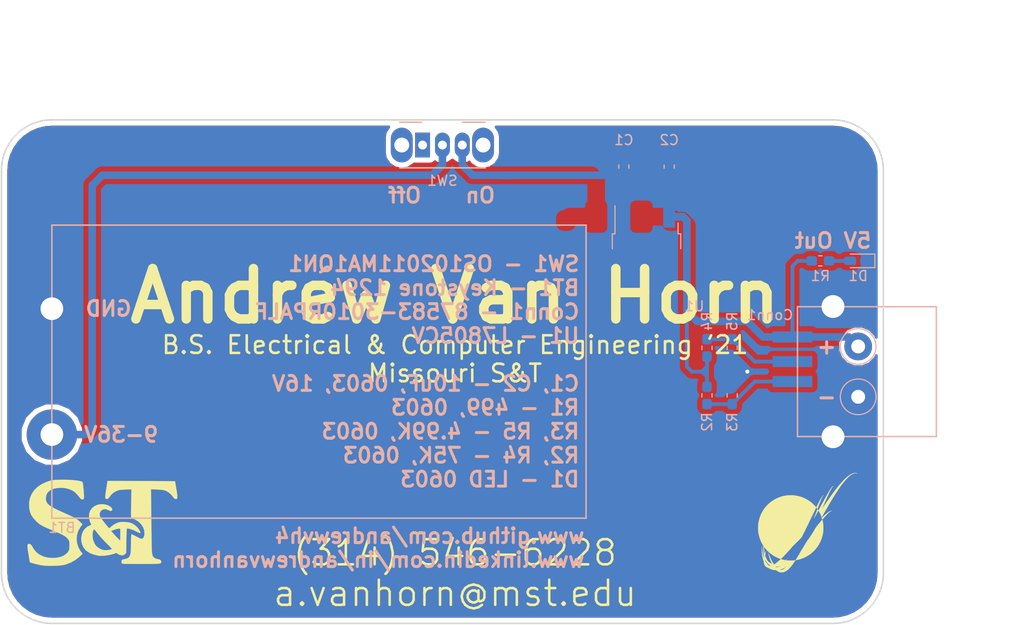
<source format=kicad_pcb>
(kicad_pcb (version 20171130) (host pcbnew "(5.0.2)-1")

  (general
    (thickness 1.6)
    (drawings 23)
    (tracks 53)
    (zones 0)
    (modules 16)
    (nets 9)
  )

  (page A4)
  (layers
    (0 F.Cu signal)
    (31 B.Cu signal)
    (32 B.Adhes user)
    (33 F.Adhes user)
    (34 B.Paste user)
    (35 F.Paste user)
    (36 B.SilkS user)
    (37 F.SilkS user)
    (38 B.Mask user)
    (39 F.Mask user)
    (40 Dwgs.User user)
    (41 Cmts.User user)
    (42 Eco1.User user)
    (43 Eco2.User user)
    (44 Edge.Cuts user)
    (45 Margin user)
    (46 B.CrtYd user)
    (47 F.CrtYd user)
    (48 B.Fab user hide)
    (49 F.Fab user)
  )

  (setup
    (last_trace_width 0.762)
    (user_trace_width 0.381)
    (user_trace_width 0.762)
    (trace_clearance 0.2)
    (zone_clearance 0.508)
    (zone_45_only no)
    (trace_min 0.2)
    (segment_width 0.2)
    (edge_width 0.15)
    (via_size 0.8)
    (via_drill 0.4)
    (via_min_size 0.4)
    (via_min_drill 0.3)
    (uvia_size 0.3)
    (uvia_drill 0.1)
    (uvias_allowed no)
    (uvia_min_size 0.2)
    (uvia_min_drill 0.1)
    (pcb_text_width 0.3)
    (pcb_text_size 1.5 1.5)
    (mod_edge_width 0.15)
    (mod_text_size 1 1)
    (mod_text_width 0.15)
    (pad_size 5.08 5.08)
    (pad_drill 2.286)
    (pad_to_mask_clearance 0.051)
    (solder_mask_min_width 0.25)
    (aux_axis_origin 0 0)
    (visible_elements 7FFFFFFF)
    (pcbplotparams
      (layerselection 0x010fc_ffffffff)
      (usegerberextensions false)
      (usegerberattributes false)
      (usegerberadvancedattributes false)
      (creategerberjobfile false)
      (excludeedgelayer true)
      (linewidth 0.100000)
      (plotframeref false)
      (viasonmask false)
      (mode 1)
      (useauxorigin false)
      (hpglpennumber 1)
      (hpglpenspeed 20)
      (hpglpendiameter 15.000000)
      (psnegative false)
      (psa4output false)
      (plotreference true)
      (plotvalue true)
      (plotinvisibletext false)
      (padsonsilk false)
      (subtractmaskfromsilk false)
      (outputformat 1)
      (mirror false)
      (drillshape 0)
      (scaleselection 1)
      (outputdirectory "Gerbs/"))
  )

  (net 0 "")
  (net 1 +9V)
  (net 2 GND)
  (net 3 "Net-(C1-Pad1)")
  (net 4 +5V)
  (net 5 "Net-(D1-Pad2)")
  (net 6 "Net-(SW1-Pad1)")
  (net 7 "Net-(Conn1-Pad2)")
  (net 8 "Net-(Conn1-Pad3)")

  (net_class Default "This is the default net class."
    (clearance 0.2)
    (trace_width 0.25)
    (via_dia 0.8)
    (via_drill 0.4)
    (uvia_dia 0.3)
    (uvia_drill 0.1)
    (add_net +5V)
    (add_net +9V)
    (add_net GND)
    (add_net "Net-(C1-Pad1)")
    (add_net "Net-(Conn1-Pad2)")
    (add_net "Net-(Conn1-Pad3)")
    (add_net "Net-(D1-Pad2)")
    (add_net "Net-(SW1-Pad1)")
  )

  (module "ProjectLibrary:9V Battery Holder_36-1294-ND" (layer B.Cu) (tedit 5EE17EFB) (tstamp 5D521E15)
    (at 106.68 76.2)
    (path /5D38F273)
    (fp_text reference BT1 (at 1.016 15.748) (layer B.SilkS)
      (effects (font (size 1 1) (thickness 0.15)) (justify mirror))
    )
    (fp_text value Battery (at 0 0.5) (layer B.Fab)
      (effects (font (size 1 1) (thickness 0.15)) (justify mirror))
    )
    (fp_line (start 53.848 14.7828) (end 53.848 -14.7828) (layer B.SilkS) (width 0.15))
    (fp_line (start 0 14.7828) (end 0 -14.7828) (layer B.SilkS) (width 0.15))
    (fp_line (start 0 -14.7828) (end 53.848 -14.7828) (layer B.SilkS) (width 0.15))
    (fp_line (start 0 14.7828) (end 53.848 14.7828) (layer B.SilkS) (width 0.15))
    (pad 2 thru_hole circle (at 0 -6.35) (size 5.08 5.08) (drill 2.286) (layers *.Cu *.Mask)
      (net 2 GND))
    (pad 1 thru_hole circle (at 0 6.35) (size 5.08 5.08) (drill 2.286) (layers *.Cu *.Mask)
      (net 1 +9V))
  )

  (module TestPoint:TestPoint_Loop_D3.50mm_Drill1.4mm_Beaded (layer B.Cu) (tedit 5D39185F) (tstamp 5D524006)
    (at 187.96 78.74)
    (descr "wire loop with bead as test point, loop diameter 3.5mm, hole diameter 1.4mm")
    (tags "test point wire loop bead")
    (fp_text reference REF** (at 0.7 -2.5) (layer B.SilkS) hide
      (effects (font (size 1 1) (thickness 0.15)) (justify mirror))
    )
    (fp_text value TestPoint_Loop_D3.50mm_Drill1.4mm_Beaded (at 0 2.8) (layer B.Fab)
      (effects (font (size 1 1) (thickness 0.15)) (justify mirror))
    )
    (fp_line (start -1.6 0.3) (end -1.6 -0.3) (layer B.Fab) (width 0.12))
    (fp_line (start -1.6 -0.3) (end 1.6 -0.3) (layer B.Fab) (width 0.12))
    (fp_line (start 1.6 -0.3) (end 1.6 0.3) (layer B.Fab) (width 0.12))
    (fp_line (start 1.6 0.3) (end -1.6 0.3) (layer B.Fab) (width 0.12))
    (fp_circle (center 0 0) (end 2.1 0) (layer B.CrtYd) (width 0.05))
    (fp_circle (center 0 0) (end 1.8 0) (layer B.SilkS) (width 0.12))
    (fp_circle (center 0 0) (end 1.5 0) (layer B.Fab) (width 0.12))
    (fp_text user %R (at 0.7 -2.5) (layer B.Fab)
      (effects (font (size 1 1) (thickness 0.15)) (justify mirror))
    )
    (pad 1 thru_hole circle (at 0 0) (size 2.8 2.8) (drill 1.4) (layers *.Cu *.Mask)
      (net 2 GND))
    (model ${KISYS3DMOD}/TestPoint.3dshapes/TestPoint_Loop_D3.50mm_Drill1.4mm_Beaded.wrl
      (at (xyz 0 0 0))
      (scale (xyz 1 1 1))
      (rotate (xyz 0 0 0))
    )
  )

  (module MRDT_Silkscreens:0_MRDT_Logo_10mm (layer F.Cu) (tedit 5AA4CEEB) (tstamp 5D026EF6)
    (at 182.88 91.44)
    (tags "Logo, MRDT")
    (fp_text reference G*** (at -1.143 6.4008) (layer Dwgs.User) hide
      (effects (font (size 0.2 0.2) (thickness 0.05)))
    )
    (fp_text value LOGO (at -1.5494 -4.572) (layer Dwgs.User) hide
      (effects (font (size 0.2 0.2) (thickness 0.05)))
    )
    (fp_poly (pts (xy 1.564354 -2.774975) (xy 1.559097 -2.762874) (xy 1.542 -2.737133) (xy 1.53219 -2.723244)
      (xy 1.51384 -2.696158) (xy 1.495861 -2.666427) (xy 1.477125 -2.631675) (xy 1.456503 -2.589523)
      (xy 1.432868 -2.537594) (xy 1.405091 -2.473511) (xy 1.372043 -2.394895) (xy 1.342622 -2.323756)
      (xy 1.3176 -2.26233) (xy 1.28674 -2.185556) (xy 1.251379 -2.096839) (xy 1.212855 -1.999585)
      (xy 1.172506 -1.897199) (xy 1.13167 -1.793085) (xy 1.091686 -1.690648) (xy 1.053891 -1.593294)
      (xy 1.019623 -1.504428) (xy 0.99022 -1.427455) (xy 0.984369 -1.412012) (xy 0.973532 -1.383352)
      (xy 0.91722 -1.460461) (xy 0.892322 -1.492699) (xy 0.871298 -1.5165) (xy 0.857057 -1.528745)
      (xy 0.853006 -1.529279) (xy 0.847388 -1.51903) (xy 0.833808 -1.492212) (xy 0.813013 -1.450351)
      (xy 0.785749 -1.394972) (xy 0.752761 -1.327599) (xy 0.714796 -1.249757) (xy 0.672599 -1.162971)
      (xy 0.626917 -1.068767) (xy 0.578495 -0.968668) (xy 0.559172 -0.928656) (xy 0.447921 -0.698325)
      (xy 0.344687 -0.484881) (xy 0.24886 -0.287075) (xy 0.159831 -0.103663) (xy 0.07699 0.066603)
      (xy -0.000273 0.224968) (xy -0.072566 0.372678) (xy -0.1405 0.51098) (xy -0.204684 0.64112)
      (xy -0.265727 0.764344) (xy -0.324239 0.881899) (xy -0.38083 0.99503) (xy -0.413042 1.05917)
      (xy -0.456701 1.146492) (xy -0.493982 1.221559) (xy -0.52621 1.286093) (xy -0.554713 1.34182)
      (xy -0.580815 1.390462) (xy -0.605842 1.433744) (xy -0.631121 1.473388) (xy -0.657978 1.511118)
      (xy -0.687737 1.548659) (xy -0.721726 1.587733) (xy -0.76127 1.630065) (xy -0.807695 1.677378)
      (xy -0.862326 1.731396) (xy -0.92649 1.793842) (xy -1.001513 1.86644) (xy -1.08872 1.950913)
      (xy -1.129446 1.990491) (xy -1.202905 2.062369) (xy -1.274772 2.133443) (xy -1.343174 2.201806)
      (xy -1.406234 2.265553) (xy -1.462077 2.322777) (xy -1.508829 2.371572) (xy -1.544614 2.410031)
      (xy -1.565443 2.433693) (xy -1.622094 2.500302) (xy -1.690788 2.579063) (xy -1.769518 2.667789)
      (xy -1.856275 2.764292) (xy -1.949048 2.866383) (xy -2.04583 2.971873) (xy -2.14461 3.078576)
      (xy -2.24338 3.184303) (xy -2.340131 3.286865) (xy -2.432854 3.384074) (xy -2.519539 3.473743)
      (xy -2.533723 3.488276) (xy -2.581697 3.537495) (xy -2.624532 3.581708) (xy -2.660376 3.618984)
      (xy -2.687379 3.64739) (xy -2.703689 3.664992) (xy -2.707784 3.67001) (xy -2.695444 3.674406)
      (xy -2.667486 3.68245) (xy -2.627823 3.693143) (xy -2.580373 3.705487) (xy -2.529049 3.718484)
      (xy -2.477768 3.731137) (xy -2.430444 3.742446) (xy -2.390993 3.751415) (xy -2.375752 3.754646)
      (xy -2.311275 3.766804) (xy -2.264416 3.773207) (xy -2.233594 3.773973) (xy -2.217227 3.769219)
      (xy -2.214803 3.766583) (xy -2.205211 3.757119) (xy -2.183508 3.738312) (xy -2.153335 3.713264)
      (xy -2.131384 3.69549) (xy -2.053083 3.632677) (xy -2.211543 3.782133) (xy -2.177491 3.788227)
      (xy -2.117134 3.796957) (xy -2.044792 3.804029) (xy -1.963206 3.809462) (xy -1.875118 3.813277)
      (xy -1.783267 3.815494) (xy -1.690396 3.816133) (xy -1.599244 3.815214) (xy -1.512554 3.812757)
      (xy -1.433066 3.808782) (xy -1.363521 3.80331) (xy -1.306661 3.796359) (xy -1.265226 3.787951)
      (xy -1.247273 3.781418) (xy -1.235793 3.769573) (xy -1.215475 3.742044) (xy -1.1874 3.700607)
      (xy -1.152653 3.647034) (xy -1.112315 3.583098) (xy -1.067469 3.510575) (xy -1.019198 3.431236)
      (xy -0.968584 3.346857) (xy -0.91671 3.25921) (xy -0.86466 3.170069) (xy -0.813514 3.081208)
      (xy -0.764357 2.994401) (xy -0.737687 2.946601) (xy -0.695366 2.871587) (xy -0.649914 2.79327)
      (xy -0.603979 2.716062) (xy -0.560212 2.644374) (xy -0.521262 2.582618) (xy -0.496498 2.54502)
      (xy -0.459447 2.488446) (xy -0.416418 2.419712) (xy -0.370798 2.344417) (xy -0.325975 2.268161)
      (xy -0.285337 2.196546) (xy -0.281271 2.189199) (xy -0.231378 2.101052) (xy -0.182314 2.019585)
      (xy -0.130552 1.939318) (xy -0.072562 1.854778) (xy -0.006299 1.762519) (xy 0.135597 1.564263)
      (xy 0.269685 1.368387) (xy 0.399082 1.170061) (xy 0.526904 0.964452) (xy 0.656269 0.746732)
      (xy 0.716383 0.64253) (xy 0.752454 0.580546) (xy 0.785279 0.527042) (xy 0.817815 0.477826)
      (xy 0.853021 0.428706) (xy 0.893857 0.375488) (xy 0.94328 0.313981) (xy 0.978523 0.271068)
      (xy 1.027164 0.212066) (xy 1.075546 0.153214) (xy 1.120927 0.09786) (xy 1.160562 0.049355)
      (xy 1.191709 0.011046) (xy 1.204674 -0.005019) (xy 1.235876 -0.043457) (xy 1.275381 -0.091519)
      (xy 1.318496 -0.143527) (xy 1.360528 -0.193799) (xy 1.367477 -0.20206) (xy 1.4017 -0.243499)
      (xy 1.430739 -0.280185) (xy 1.452326 -0.30913) (xy 1.464192 -0.327349) (xy 1.465771 -0.331492)
      (xy 1.463093 -0.346568) (xy 1.456201 -0.373967) (xy 1.44681 -0.407787) (xy 1.436635 -0.442129)
      (xy 1.427392 -0.471089) (xy 1.420794 -0.488769) (xy 1.419329 -0.49131) (xy 1.410563 -0.487245)
      (xy 1.391725 -0.472326) (xy 1.368364 -0.451152) (xy 1.345194 -0.430274) (xy 1.334348 -0.423355)
      (xy 1.336451 -0.430786) (xy 1.337004 -0.431699) (xy 1.351041 -0.456105) (xy 1.368309 -0.48816)
      (xy 1.375121 -0.501334) (xy 1.388822 -0.527086) (xy 1.397224 -0.537086) (xy 1.40384 -0.533624)
      (xy 1.409604 -0.52383) (xy 1.415007 -0.515616) (xy 1.421831 -0.512801) (xy 1.432657 -0.516999)
      (xy 1.450065 -0.529823) (xy 1.476635 -0.552889) (xy 1.51495 -0.587808) (xy 1.521391 -0.593729)
      (xy 1.635022 -0.697327) (xy 1.736253 -0.787678) (xy 1.826579 -0.86603) (xy 1.907496 -0.93363)
      (xy 1.9805 -0.991725) (xy 2.047087 -1.041563) (xy 2.108751 -1.084391) (xy 2.113321 -1.087423)
      (xy 2.195052 -1.13803) (xy 2.264989 -1.174055) (xy 2.322784 -1.195374) (xy 2.36809 -1.201863)
      (xy 2.400559 -1.193399) (xy 2.404467 -1.190704) (xy 2.415184 -1.181317) (xy 2.413189 -1.176733)
      (xy 2.395573 -1.175164) (xy 2.378824 -1.174943) (xy 2.334065 -1.168305) (xy 2.289657 -1.147062)
      (xy 2.287679 -1.145818) (xy 2.252515 -1.120973) (xy 2.206972 -1.085047) (xy 2.154749 -1.041276)
      (xy 2.099548 -0.992893) (xy 2.045067 -0.943135) (xy 1.995009 -0.895236) (xy 1.957708 -0.857354)
      (xy 1.926729 -0.824332) (xy 1.887486 -0.781996) (xy 1.842037 -0.732615) (xy 1.792444 -0.678459)
      (xy 1.740765 -0.621797) (xy 1.689062 -0.564899) (xy 1.639394 -0.510034) (xy 1.593821 -0.459472)
      (xy 1.554403 -0.415482) (xy 1.5232 -0.380334) (xy 1.502272 -0.356298) (xy 1.495407 -0.34803)
      (xy 1.473279 -0.319899) (xy 1.500433 -0.197597) (xy 1.522739 -0.091369) (xy 1.540083 0.00585)
      (xy 1.553121 0.099735) (xy 1.56251 0.195962) (xy 1.568907 0.300207) (xy 1.572967 0.418146)
      (xy 1.573309 0.432675) (xy 1.574568 0.595888) (xy 1.570193 0.744876) (xy 1.559664 0.88483)
      (xy 1.542461 1.020942) (xy 1.518064 1.158404) (xy 1.486284 1.301041) (xy 1.416789 1.545762)
      (xy 1.328933 1.783227) (xy 1.223423 2.01247) (xy 1.100968 2.232526) (xy 0.962273 2.442433)
      (xy 0.808045 2.641224) (xy 0.638992 2.827935) (xy 0.455821 3.001601) (xy 0.259239 3.161259)
      (xy 0.049953 3.305943) (xy -0.011095 3.343801) (xy -0.219444 3.459464) (xy -0.437391 3.56064)
      (xy -0.661596 3.646073) (xy -0.888721 3.714505) (xy -1.115425 3.764676) (xy -1.139486 3.768905)
      (xy -1.192261 3.779648) (xy -1.226313 3.790727) (xy -1.242738 3.80221) (xy -1.251845 3.815197)
      (xy -1.270607 3.842248) (xy -1.297307 3.880878) (xy -1.330229 3.928602) (xy -1.367656 3.982934)
      (xy -1.397187 4.02585) (xy -1.507362 4.182266) (xy -1.611006 4.321379) (xy -1.709249 4.444447)
      (xy -1.803221 4.552726) (xy -1.894053 4.647474) (xy -1.982875 4.729947) (xy -2.070818 4.801404)
      (xy -2.137188 4.84873) (xy -2.195682 4.884445) (xy -2.263022 4.919842) (xy -2.332819 4.951965)
      (xy -2.398685 4.977856) (xy -2.450157 4.993591) (xy -2.532488 5.008208) (xy -2.621579 5.014709)
      (xy -2.708677 5.012792) (xy -2.772848 5.004657) (xy -2.891821 4.97191) (xy -3.005845 4.91974)
      (xy -3.114766 4.848223) (xy -3.15247 4.817949) (xy -3.181573 4.795286) (xy -3.205262 4.783522)
      (xy -3.232195 4.779231) (xy -3.251338 4.778815) (xy -3.385879 4.770929) (xy -3.522396 4.748158)
      (xy -3.554863 4.739346) (xy -2.812916 4.739346) (xy -2.799017 4.748064) (xy -2.785968 4.752139)
      (xy -2.766926 4.75433) (xy -2.73399 4.755403) (xy -2.693323 4.7552) (xy -2.680553 4.754867)
      (xy -2.621989 4.750639) (xy -2.573665 4.740911) (xy -2.532181 4.726401) (xy -2.464318 4.695416)
      (xy -2.403586 4.659932) (xy -2.344569 4.616231) (xy -2.281854 4.560593) (xy -2.25962 4.539172)
      (xy -2.226809 4.506486) (xy -2.202422 4.481051) (xy -2.188264 4.464852) (xy -2.186144 4.459874)
      (xy -2.188616 4.461173) (xy -2.292384 4.525621) (xy -2.382045 4.577015) (xy -2.458363 4.615793)
      (xy -2.462016 4.617489) (xy -2.515893 4.640581) (xy -2.577598 4.66418) (xy -2.641549 4.686408)
      (xy -2.702165 4.705389) (xy -2.753864 4.719245) (xy -2.781073 4.724782) (xy -2.806898 4.731379)
      (xy -2.812916 4.739346) (xy -3.554863 4.739346) (xy -3.656263 4.711825) (xy -3.782856 4.663258)
      (xy -3.897547 4.603782) (xy -3.927437 4.585001) (xy -3.962009 4.564886) (xy -3.99599 4.549252)
      (xy -4.01581 4.542995) (xy -4.041951 4.535229) (xy -4.078692 4.521201) (xy -4.118726 4.503733)
      (xy -4.124565 4.500989) (xy -4.204877 4.451914) (xy -4.205007 4.451792) (xy -3.227331 4.451792)
      (xy -3.224001 4.459751) (xy -3.214616 4.470513) (xy -3.212402 4.472871) (xy -3.199842 4.485256)
      (xy -3.18736 4.492914) (xy -3.171073 4.49596) (xy -3.1471 4.494512) (xy -3.111557 4.488688)
      (xy -3.060562 4.478604) (xy -3.05563 4.477603) (xy -3.014604 4.468455) (xy -2.967602 4.456687)
      (xy -2.918259 4.443374) (xy -2.870207 4.42959) (xy -2.827081 4.41641) (xy -2.792515 4.404909)
      (xy -2.770141 4.396161) (xy -2.763594 4.391241) (xy -2.763602 4.391234) (xy -2.77446 4.391192)
      (xy -2.800269 4.39424) (xy -2.836243 4.39977) (xy -2.851565 4.402392) (xy -2.895364 4.409056)
      (xy -2.951827 4.416162) (xy -3.013583 4.422848) (xy -3.071747 4.428133) (xy -3.133583 4.433179)
      (xy -3.177733 4.437329) (xy -3.206523 4.44132) (xy -3.222281 4.445895) (xy -3.227331 4.451792)
      (xy -4.205007 4.451792) (xy -4.274513 4.386567) (xy -4.332803 4.306088) (xy -4.379072 4.211614)
      (xy -4.412651 4.104284) (xy -4.432866 3.985236) (xy -4.433683 3.977307) (xy -4.440747 3.934136)
      (xy -4.453153 3.882945) (xy -4.46834 3.83417) (xy -4.469821 3.830079) (xy -4.509118 3.709128)
      (xy -4.514174 3.689526) (xy -4.318536 3.689526) (xy -4.314156 3.761336) (xy -4.309719 3.805065)
      (xy -4.300683 3.840917) (xy -4.284158 3.878429) (xy -4.271574 3.901889) (xy -4.186145 4.04007)
      (xy -4.093391 4.160106) (xy -3.992675 4.262786) (xy -3.950553 4.298741) (xy -3.890316 4.34754)
      (xy -3.825059 4.341318) (xy -3.791067 4.337561) (xy -3.765987 4.333824) (xy -3.755619 4.331065)
      (xy -3.753468 4.328362) (xy -3.755384 4.324798) (xy -3.764524 4.318137) (xy -3.784042 4.306146)
      (xy -3.817097 4.286588) (xy -3.825059 4.281897) (xy -3.934784 4.207962) (xy -4.033309 4.121508)
      (xy -4.122237 4.020746) (xy -4.203172 3.903886) (xy -4.268634 3.787142) (xy -4.318536 3.689526)
      (xy -4.514174 3.689526) (xy -4.544832 3.570671) (xy -4.576481 3.417038) (xy -4.603582 3.250562)
      (xy -4.624729 3.082135) (xy -4.629342 3.029569) (xy -4.633212 2.965612) (xy -4.636319 2.89331)
      (xy -4.63864 2.815708) (xy -4.640155 2.735852) (xy -4.640842 2.656788) (xy -4.64068 2.581562)
      (xy -4.639648 2.513219) (xy -4.637724 2.454806) (xy -4.634887 2.409367) (xy -4.631115 2.379949)
      (xy -4.629686 2.374348) (xy -4.624152 2.359161) (xy -4.621077 2.358391) (xy -4.619598 2.374069)
      (xy -4.618987 2.399447) (xy -4.615728 2.479211) (xy -4.608703 2.573932) (xy -4.598506 2.678968)
      (xy -4.58573 2.789675) (xy -4.57097 2.901411) (xy -4.554819 3.009534) (xy -4.537871 3.109399)
      (xy -4.520719 3.196365) (xy -4.512415 3.232886) (xy -4.497075 3.29403) (xy -4.480817 3.354333)
      (xy -4.464569 3.410813) (xy -4.449258 3.460483) (xy -4.435815 3.50036) (xy -4.425167 3.527459)
      (xy -4.418244 3.538795) (xy -4.417222 3.538829) (xy -4.408001 3.522577) (xy -4.403391 3.490652)
      (xy -4.403386 3.44692) (xy -4.407979 3.39525) (xy -4.417162 3.339507) (xy -4.417608 3.337326)
      (xy -4.432151 3.2625) (xy -4.443968 3.19088) (xy -4.45334 3.119058) (xy -4.460545 3.043627)
      (xy -4.465863 2.961177) (xy -4.469574 2.868301) (xy -4.471958 2.761588) (xy -4.473125 2.660475)
      (xy -4.47469 2.464956) (xy -4.4169 2.464956) (xy -4.415935 2.503967) (xy -4.413944 2.55254)
      (xy -4.4111 2.607191) (xy -4.407577 2.664434) (xy -4.403552 2.720784) (xy -4.399198 2.772755)
      (xy -4.396433 2.801028) (xy -4.390856 2.848152) (xy -4.383446 2.902187) (xy -4.374862 2.959193)
      (xy -4.365763 3.015228) (xy -4.356809 3.066349) (xy -4.348659 3.108616) (xy -4.341971 3.138086)
      (xy -4.338106 3.14982) (xy -4.332685 3.145742) (xy -4.322743 3.125633) (xy -4.309636 3.09266)
      (xy -4.294724 3.04999) (xy -4.29289 3.044405) (xy -4.270303 2.97705) (xy -4.250105 2.920489)
      (xy -4.233059 2.876646) (xy -4.21993 2.847443) (xy -4.211481 2.834805) (xy -4.209614 2.834786)
      (xy -4.209952 2.845656) (xy -4.213951 2.872247) (xy -4.220949 2.910672) (xy -4.230283 2.957042)
      (xy -4.231223 2.961514) (xy -4.244042 3.02481) (xy -4.257695 3.096433) (xy -4.270196 3.165785)
      (xy -4.276628 3.203791) (xy -4.296173 3.323591) (xy -4.265665 3.411183) (xy -4.240137 3.478352)
      (xy -4.20857 3.552006) (xy -4.173624 3.626616) (xy -4.137955 3.696649) (xy -4.104223 3.756572)
      (xy -4.085391 3.786304) (xy -4.037517 3.84971) (xy -3.979419 3.915028) (xy -3.917187 3.975937)
      (xy -3.856906 4.026117) (xy -3.848554 4.032224) (xy -3.818169 4.052204) (xy -3.780751 4.074218)
      (xy -3.74031 4.096237) (xy -3.700856 4.116235) (xy -3.666397 4.132183) (xy -3.640945 4.142054)
      (xy -3.628507 4.143821) (xy -3.628263 4.143626) (xy -3.630111 4.133188) (xy -3.638792 4.109359)
      (xy -3.65254 4.07689) (xy -3.655595 4.070103) (xy -3.685235 4.001892) (xy -3.718578 3.920243)
      (xy -3.753441 3.830917) (xy -3.787641 3.739672) (xy -3.818994 3.652268) (xy -3.84532 3.574465)
      (xy -3.854995 3.543953) (xy -3.871726 3.488029) (xy -3.889778 3.424822) (xy -3.908338 3.357489)
      (xy -3.926594 3.289185) (xy -3.943734 3.223066) (xy -3.958945 3.162286) (xy -3.971415 3.110002)
      (xy -3.980331 3.06937) (xy -3.984882 3.043544) (xy -3.985295 3.037821) (xy -3.981634 3.041668)
      (xy -3.971424 3.062189) (xy -3.955526 3.097399) (xy -3.934804 3.145311) (xy -3.910121 3.203941)
      (xy -3.882341 3.271301) (xy -3.861312 3.323083) (xy -3.817224 3.431436) (xy -3.77846 3.524463)
      (xy -3.743384 3.605671) (xy -3.710357 3.678567) (xy -3.677743 3.746659) (xy -3.643904 3.813454)
      (xy -3.607203 3.882459) (xy -3.566001 3.957181) (xy -3.56155 3.96514) (xy -3.521507 4.036135)
      (xy -3.489567 4.091301) (xy -3.464403 4.132534) (xy -3.444687 4.161731) (xy -3.429092 4.180788)
      (xy -3.41629 4.191604) (xy -3.404953 4.196074) (xy -3.399603 4.196522) (xy -3.381407 4.191174)
      (xy -3.351425 4.176741) (xy -3.314331 4.155636) (xy -3.286449 4.138063) (xy -3.245526 4.109906)
      (xy -3.194844 4.0731) (xy -3.140065 4.031858) (xy -3.086852 3.990393) (xy -3.072011 3.978516)
      (xy -3.062388 3.970633) (xy -2.479762 3.970633) (xy -2.474743 3.975653) (xy -2.469723 3.970633)
      (xy -2.474743 3.965613) (xy -2.479762 3.970633) (xy -3.062388 3.970633) (xy -3.052026 3.962145)
      (xy -2.459683 3.962145) (xy -2.452009 3.960243) (xy -2.429069 3.945534) (xy -2.390989 3.918106)
      (xy -2.337893 3.878046) (xy -2.310967 3.857337) (xy -2.277157 3.830481) (xy -2.250852 3.808167)
      (xy -2.235142 3.793107) (xy -2.232206 3.788163) (xy -2.241049 3.792416) (xy -2.262076 3.806606)
      (xy -2.291823 3.828082) (xy -2.326829 3.854196) (xy -2.36363 3.8823) (xy -2.398764 3.909746)
      (xy -2.428768 3.933885) (xy -2.450178 3.952068) (xy -2.459533 3.961647) (xy -2.459683 3.962145)
      (xy -3.052026 3.962145) (xy -3.028799 3.943119) (xy -2.981355 3.903302) (xy -2.931978 3.861099)
      (xy -2.882967 3.818547) (xy -2.836621 3.777681) (xy -2.795237 3.740537) (xy -2.761116 3.709151)
      (xy -2.736556 3.685558) (xy -2.723855 3.671794) (xy -2.722707 3.669191) (xy -2.732749 3.664791)
      (xy -2.757918 3.654955) (xy -2.79447 3.641119) (xy -2.838663 3.624716) (xy -2.840921 3.623885)
      (xy -3.074754 3.527659) (xy -3.300478 3.414228) (xy -3.516738 3.284596) (xy -3.722178 3.139764)
      (xy -3.915442 2.980735) (xy -4.095175 2.808509) (xy -4.260021 2.62409) (xy -4.35169 2.507372)
      (xy -4.377041 2.4741) (xy -4.39795 2.447929) (xy -4.411564 2.432361) (xy -4.415048 2.429566)
      (xy -4.416662 2.438994) (xy -4.4169 2.464956) (xy -4.47469 2.464956) (xy -4.475737 2.33419)
      (xy -4.542863 2.223755) (xy -4.665386 2.00302) (xy -4.769994 1.7734) (xy -4.856726 1.534785)
      (xy -4.925617 1.287064) (xy -4.976705 1.030124) (xy -5.000926 0.85336) (xy -5.005606 0.79745)
      (xy -5.009077 0.726085) (xy -5.011338 0.643853) (xy -5.012389 0.555343) (xy -5.01223 0.465142)
      (xy -5.010861 0.377838) (xy -5.008282 0.298019) (xy -5.004493 0.230274) (xy -5.000926 0.190751)
      (xy -4.961531 -0.072905) (xy -4.90407 -0.327807) (xy -4.828524 -0.573997) (xy -4.734874 -0.811524)
      (xy -4.623103 -1.040432) (xy -4.49319 -1.260766) (xy -4.345118 -1.472573) (xy -4.287889 -1.546087)
      (xy -4.236779 -1.606977) (xy -4.174521 -1.676427) (xy -4.105338 -1.750078) (xy -4.033452 -1.823568)
      (xy -3.963085 -1.892537) (xy -3.89846 -1.952624) (xy -3.870237 -1.977444) (xy -3.668321 -2.137723)
      (xy -3.456021 -2.280968) (xy -3.234097 -2.406849) (xy -3.003311 -2.515034) (xy -2.764425 -2.60519)
      (xy -2.5182 -2.676986) (xy -2.265398 -2.73009) (xy -2.083201 -2.756165) (xy -2.008488 -2.762925)
      (xy -1.91943 -2.767918) (xy -1.821239 -2.771104) (xy -1.719126 -2.772443) (xy -1.618303 -2.771893)
      (xy -1.523981 -2.769416) (xy -1.441372 -2.76497) (xy -1.400513 -2.761436) (xy -1.140519 -2.725031)
      (xy -0.888606 -2.670269) (xy -0.644561 -2.597063) (xy -0.40817 -2.505324) (xy -0.179218 -2.394963)
      (xy 0.042508 -2.265893) (xy 0.257222 -2.118024) (xy 0.371463 -2.029411) (xy 0.415285 -1.992298)
      (xy 0.467555 -1.945266) (xy 0.525226 -1.89132) (xy 0.585251 -1.833464) (xy 0.644584 -1.774706)
      (xy 0.700179 -1.718049) (xy 0.748989 -1.6665) (xy 0.787968 -1.623064) (xy 0.808182 -1.598569)
      (xy 0.829422 -1.572109) (xy 0.845755 -1.553373) (xy 0.85336 -1.546601) (xy 0.858913 -1.555159)
      (xy 0.872348 -1.579577) (xy 0.89257 -1.617756) (xy 0.918484 -1.667594) (xy 0.948997 -1.726994)
      (xy 0.983011 -1.793853) (xy 1.006248 -1.839854) (xy 1.078294 -1.981407) (xy 1.147583 -2.114642)
      (xy 1.213514 -2.23852) (xy 1.275487 -2.352003) (xy 1.332901 -2.454052) (xy 1.385157 -2.543628)
      (xy 1.431654 -2.619692) (xy 1.471791 -2.681205) (xy 1.504969 -2.727128) (xy 1.530586 -2.756422)
      (xy 1.540668 -2.764704) (xy 1.558102 -2.775047) (xy 1.564354 -2.774975)) (layer F.SilkS) (width 0.01))
    (fp_poly (pts (xy 0.622451 -0.41664) (xy 0.617431 -0.41162) (xy 0.612411 -0.41664) (xy 0.617431 -0.42166)
      (xy 0.622451 -0.41664)) (layer F.SilkS) (width 0.01))
    (fp_poly (pts (xy 4.854611 -5.013231) (xy 4.920325 -5.003753) (xy 4.97383 -4.988198) (xy 4.981991 -4.984665)
      (xy 5.014743 -4.969487) (xy 4.984625 -4.974582) (xy 4.879801 -4.986338) (xy 4.781617 -4.985555)
      (xy 4.694532 -4.972282) (xy 4.690937 -4.971389) (xy 4.589457 -4.938017) (xy 4.483707 -4.88801)
      (xy 4.373329 -4.821074) (xy 4.257959 -4.736916) (xy 4.137239 -4.635242) (xy 4.010807 -4.515759)
      (xy 3.878302 -4.378173) (xy 3.739364 -4.22219) (xy 3.670131 -4.140516) (xy 3.60599 -4.063051)
      (xy 3.544712 -3.98751) (xy 3.485339 -3.912506) (xy 3.426908 -3.836651) (xy 3.36846 -3.758557)
      (xy 3.309035 -3.676836) (xy 3.247672 -3.590099) (xy 3.183412 -3.496958) (xy 3.115293 -3.396026)
      (xy 3.042356 -3.285914) (xy 2.96364 -3.165234) (xy 2.878185 -3.032598) (xy 2.785032 -2.886618)
      (xy 2.683218 -2.725906) (xy 2.597657 -2.590197) (xy 2.402545 -2.275564) (xy 2.214882 -1.96365)
      (xy 2.037685 -1.659492) (xy 1.993089 -1.581225) (xy 1.952787 -1.510511) (xy 1.906095 -1.429181)
      (xy 1.856858 -1.343893) (xy 1.808919 -1.261305) (xy 1.766857 -1.189326) (xy 1.724962 -1.117509)
      (xy 1.679005 -1.037976) (xy 1.632534 -0.956914) (xy 1.589095 -0.880513) (xy 1.552235 -0.814959)
      (xy 1.551056 -0.812844) (xy 1.519267 -0.755907) (xy 1.48911 -0.702074) (xy 1.462591 -0.654912)
      (xy 1.441717 -0.617988) (xy 1.428493 -0.594871) (xy 1.428077 -0.594156) (xy 1.402822 -0.550802)
      (xy 1.363847 -0.654393) (xy 1.343404 -0.705625) (xy 1.317989 -0.764466) (xy 1.288877 -0.828412)
      (xy 1.257341 -0.894963) (xy 1.224658 -0.961618) (xy 1.192103 -1.025874) (xy 1.160949 -1.085232)
      (xy 1.132473 -1.137189) (xy 1.10795 -1.179244) (xy 1.088654 -1.208896) (xy 1.07586 -1.223643)
      (xy 1.073081 -1.224822) (xy 1.066335 -1.216428) (xy 1.051854 -1.193153) (xy 1.031309 -1.157854)
      (xy 1.00637 -1.113391) (xy 0.983609 -1.071719) (xy 0.946856 -1.003926) (xy 0.907446 -0.931693)
      (xy 0.866579 -0.85718) (xy 0.825455 -0.782542) (xy 0.785274 -0.709938) (xy 0.747236 -0.641525)
      (xy 0.712542 -0.579461) (xy 0.682392 -0.525902) (xy 0.657986 -0.483007) (xy 0.640524 -0.452933)
      (xy 0.631207 -0.437837) (xy 0.63035 -0.436719) (xy 0.629653 -0.441126) (xy 0.63499 -0.46092)
      (xy 0.645345 -0.492686) (xy 0.655701 -0.522055) (xy 0.680852 -0.591161) (xy 0.708809 -0.667395)
      (xy 0.738773 -0.748628) (xy 0.769946 -0.832733) (xy 0.801528 -0.91758) (xy 0.83272 -1.001042)
      (xy 0.862723 -1.08099) (xy 0.890739 -1.155295) (xy 0.915966 -1.22183) (xy 0.937608 -1.278465)
      (xy 0.954864 -1.323073) (xy 0.966936 -1.353525) (xy 0.973024 -1.367693) (xy 0.973455 -1.368387)
      (xy 0.981923 -1.364461) (xy 0.997805 -1.346887) (xy 1.018061 -1.319158) (xy 1.023705 -1.31066)
      (xy 1.044646 -1.27971) (xy 1.061714 -1.256671) (xy 1.071855 -1.24561) (xy 1.072899 -1.245188)
      (xy 1.079255 -1.253734) (xy 1.093546 -1.277517) (xy 1.114341 -1.314007) (xy 1.140212 -1.360678)
      (xy 1.16973 -1.415004) (xy 1.184664 -1.442852) (xy 1.219835 -1.508337) (xy 1.261945 -1.586147)
      (xy 1.308151 -1.671069) (xy 1.355615 -1.75789) (xy 1.401494 -1.841398) (xy 1.429343 -1.891834)
      (xy 1.469768 -1.964993) (xy 1.517255 -2.051138) (xy 1.56925 -2.145624) (xy 1.623202 -2.243809)
      (xy 1.676558 -2.341051) (xy 1.726766 -2.432705) (xy 1.744269 -2.464703) (xy 1.82562 -2.6123)
      (xy 1.905524 -2.754978) (xy 1.983118 -2.891284) (xy 2.057536 -3.019767) (xy 2.127911 -3.138974)
      (xy 2.193379 -3.247453) (xy 2.253074 -3.343752) (xy 2.306131 -3.426419) (xy 2.351683 -3.494002)
      (xy 2.386089 -3.541439) (xy 2.434284 -3.599552) (xy 2.477268 -3.641334) (xy 2.514327 -3.666389)
      (xy 2.54475 -3.674317) (xy 2.567825 -3.664722) (xy 2.578547 -3.648895) (xy 2.588486 -3.622077)
      (xy 2.590196 -3.60631) (xy 2.58454 -3.604205) (xy 2.572379 -3.61837) (xy 2.569813 -3.622443)
      (xy 2.55044 -3.645974) (xy 2.53244 -3.65255) (xy 2.532202 -3.652508) (xy 2.513334 -3.640465)
      (xy 2.487203 -3.610392) (xy 2.454126 -3.562853) (xy 2.41442 -3.498412) (xy 2.368404 -3.417631)
      (xy 2.316393 -3.321075) (xy 2.258707 -3.209306) (xy 2.195662 -3.082887) (xy 2.127576 -2.942384)
      (xy 2.103278 -2.891383) (xy 2.079348 -2.840392) (xy 2.050141 -2.777231) (xy 2.016391 -2.703552)
      (xy 1.978833 -2.621007) (xy 1.938202 -2.531248) (xy 1.895233 -2.435927) (xy 1.85066 -2.336698)
      (xy 1.80522 -2.235211) (xy 1.759646 -2.13312) (xy 1.714674 -2.032077) (xy 1.671038 -1.933734)
      (xy 1.629474 -1.839743) (xy 1.590715 -1.751756) (xy 1.555499 -1.671427) (xy 1.524558 -1.600406)
      (xy 1.498628 -1.540347) (xy 1.478444 -1.492901) (xy 1.464741 -1.459721) (xy 1.458254 -1.442459)
      (xy 1.457874 -1.440334) (xy 1.46402 -1.447518) (xy 1.47976 -1.469165) (xy 1.503536 -1.503042)
      (xy 1.533791 -1.546913) (xy 1.568968 -1.598544) (xy 1.596285 -1.638994) (xy 1.641822 -1.706243)
      (xy 1.695733 -1.785152) (xy 1.756643 -1.873755) (xy 1.823175 -1.970085) (xy 1.893953 -2.072176)
      (xy 1.967602 -2.178063) (xy 2.042745 -2.285778) (xy 2.118006 -2.393358) (xy 2.192009 -2.498834)
      (xy 2.263378 -2.600242) (xy 2.330736 -2.695615) (xy 2.392709 -2.782987) (xy 2.447919 -2.860392)
      (xy 2.494991 -2.925865) (xy 2.532548 -2.977438) (xy 2.543143 -2.991778) (xy 2.72641 -3.23547)
      (xy 2.901183 -3.461545) (xy 3.067843 -3.670397) (xy 3.226766 -3.862422) (xy 3.378334 -4.038015)
      (xy 3.522924 -4.197571) (xy 3.660915 -4.341485) (xy 3.792686 -4.470153) (xy 3.918617 -4.583969)
      (xy 4.039087 -4.683329) (xy 4.154473 -4.768627) (xy 4.265156 -4.840259) (xy 4.371514 -4.898621)
      (xy 4.372214 -4.898968) (xy 4.451495 -4.936805) (xy 4.518971 -4.965209) (xy 4.579587 -4.985825)
      (xy 4.638283 -5.000297) (xy 4.700003 -5.010269) (xy 4.710606 -5.011571) (xy 4.7827 -5.016036)
      (xy 4.854611 -5.013231)) (layer F.SilkS) (width 0.01))
  )

  (module MRDT_Silkscreens:1-MST_Logo (layer F.Cu) (tedit 0) (tstamp 5D252D91)
    (at 111.76 91.44)
    (fp_text reference G*** (at 0 0) (layer F.SilkS) hide
      (effects (font (size 1.524 1.524) (thickness 0.3)))
    )
    (fp_text value LOGO (at 0.75 0) (layer F.SilkS) hide
      (effects (font (size 1.524 1.524) (thickness 0.3)))
    )
    (fp_poly (pts (xy -3.633497 -4.337252) (xy -3.263643 -4.321196) (xy -2.912212 -4.295621) (xy -2.594979 -4.26127)
      (xy -2.327719 -4.218888) (xy -2.126206 -4.169217) (xy -2.006215 -4.113) (xy -1.990175 -4.097222)
      (xy -1.966855 -4.023031) (xy -1.940984 -3.869699) (xy -1.914507 -3.659584) (xy -1.889369 -3.415045)
      (xy -1.867516 -3.158441) (xy -1.850893 -2.912131) (xy -1.841444 -2.698473) (xy -1.841116 -2.539827)
      (xy -1.848476 -2.468521) (xy -1.911423 -2.359579) (xy -2.013808 -2.333938) (xy -2.139836 -2.389625)
      (xy -2.271135 -2.521303) (xy -2.489581 -2.794029) (xy -2.678042 -2.997166) (xy -2.85897 -3.148145)
      (xy -3.054818 -3.264399) (xy -3.28804 -3.36336) (xy -3.412302 -3.40728) (xy -3.721571 -3.485015)
      (xy -4.072271 -3.517004) (xy -4.1656 -3.518567) (xy -4.605645 -3.489636) (xy -4.977104 -3.399978)
      (xy -5.275584 -3.252634) (xy -5.496688 -3.050648) (xy -5.636022 -2.797061) (xy -5.689191 -2.494914)
      (xy -5.6896 -2.463801) (xy -5.676176 -2.280175) (xy -5.630267 -2.115789) (xy -5.543417 -1.963709)
      (xy -5.407172 -1.817003) (xy -5.213076 -1.668737) (xy -4.952674 -1.511979) (xy -4.61751 -1.339794)
      (xy -4.19913 -1.145251) (xy -3.943133 -1.031748) (xy -3.545163 -0.855825) (xy -3.227063 -0.710646)
      (xy -2.974725 -0.588341) (xy -2.774042 -0.481043) (xy -2.610906 -0.380884) (xy -2.47121 -0.279996)
      (xy -2.340847 -0.17051) (xy -2.251606 -0.088338) (xy -1.988611 0.160129) (xy -2.189289 0.422964)
      (xy -2.404711 0.785597) (xy -2.535396 1.186323) (xy -2.581883 1.608002) (xy -2.544709 2.033492)
      (xy -2.42441 2.445651) (xy -2.221524 2.827336) (xy -2.109227 2.977578) (xy -1.978855 3.135756)
      (xy -2.319182 3.454115) (xy -2.688845 3.74444) (xy -3.126528 3.995618) (xy -3.601134 4.190828)
      (xy -3.7846 4.246807) (xy -3.995367 4.287487) (xy -4.282331 4.318794) (xy -4.62048 4.340231)
      (xy -4.9848 4.351298) (xy -5.350277 4.351497) (xy -5.691897 4.340329) (xy -5.984647 4.317296)
      (xy -6.1468 4.293901) (xy -6.400994 4.24083) (xy -6.68615 4.173195) (xy -6.914911 4.112681)
      (xy -7.302022 4.002835) (xy -7.44285 3.145645) (xy -7.497697 2.798386) (xy -7.531448 2.53892)
      (xy -7.542661 2.355358) (xy -7.529895 2.235813) (xy -7.49171 2.168396) (xy -7.426663 2.14122)
      (xy -7.333313 2.142396) (xy -7.321376 2.143731) (xy -7.23287 2.177133) (xy -7.144576 2.267067)
      (xy -7.039709 2.431442) (xy -7.021415 2.4638) (xy -6.85043 2.73859) (xy -6.673106 2.948371)
      (xy -6.458608 3.126734) (xy -6.338404 3.207841) (xy -5.941231 3.406595) (xy -5.496149 3.521851)
      (xy -5.035348 3.556) (xy -4.55227 3.525661) (xy -4.146409 3.433458) (xy -3.813053 3.277611)
      (xy -3.547488 3.05634) (xy -3.471211 2.965113) (xy -3.397258 2.856183) (xy -3.351628 2.746488)
      (xy -3.325838 2.604083) (xy -3.311402 2.397024) (xy -3.309621 2.356768) (xy -3.304315 2.134185)
      (xy -3.314572 1.979331) (xy -3.345668 1.85886) (xy -3.402879 1.739421) (xy -3.409014 1.728429)
      (xy -3.51035 1.585581) (xy -3.655139 1.44907) (xy -3.854689 1.311885) (xy -4.120307 1.167017)
      (xy -4.4633 1.007456) (xy -4.805596 0.862633) (xy -5.223738 0.689562) (xy -5.560907 0.545302)
      (xy -5.83094 0.422143) (xy -6.047675 0.312379) (xy -6.224948 0.2083) (xy -6.376597 0.102198)
      (xy -6.516458 -0.013635) (xy -6.65837 -0.146907) (xy -6.710574 -0.19859) (xy -6.973835 -0.490853)
      (xy -7.158917 -0.77357) (xy -7.281083 -1.077084) (xy -7.355597 -1.431738) (xy -7.364536 -1.4986)
      (xy -7.379445 -1.991408) (xy -7.300156 -2.452919) (xy -7.13062 -2.878099) (xy -6.874786 -3.261914)
      (xy -6.536605 -3.599327) (xy -6.120026 -3.885305) (xy -5.628999 -4.114813) (xy -5.207 -4.248753)
      (xy -4.981651 -4.291434) (xy -4.695851 -4.320882) (xy -4.365376 -4.337838) (xy -4.005999 -4.343047)
      (xy -3.633497 -4.337252)) (layer F.SilkS) (width 0.01))
    (fp_poly (pts (xy 3.933387 -4.204055) (xy 7.339377 -4.191) (xy 7.475246 -3.3528) (xy 7.527619 -3.018806)
      (xy 7.560204 -2.771748) (xy 7.571847 -2.598686) (xy 7.561397 -2.48668) (xy 7.527703 -2.422792)
      (xy 7.469611 -2.39408) (xy 7.389323 -2.3876) (xy 7.265891 -2.437636) (xy 7.170142 -2.5527)
      (xy 6.964062 -2.813764) (xy 6.701297 -3.043785) (xy 6.4262 -3.206047) (xy 6.286744 -3.258419)
      (xy 6.129795 -3.29522) (xy 5.930418 -3.320305) (xy 5.66368 -3.337528) (xy 5.542258 -3.342706)
      (xy 4.912317 -3.367106) (xy 4.948468 -0.121453) (xy 4.955894 0.534513) (xy 4.962666 1.096706)
      (xy 4.96909 1.572948) (xy 4.975478 1.971061) (xy 4.982137 2.298866) (xy 4.989377 2.564187)
      (xy 4.997507 2.774845) (xy 5.006836 2.938662) (xy 5.017673 3.06346) (xy 5.030328 3.157061)
      (xy 5.045109 3.227289) (xy 5.062325 3.281963) (xy 5.082286 3.328907) (xy 5.085046 3.334739)
      (xy 5.177448 3.483536) (xy 5.301414 3.58241) (xy 5.483749 3.648173) (xy 5.633958 3.679016)
      (xy 5.821326 3.735438) (xy 5.920836 3.828616) (xy 5.9436 3.93306) (xy 5.941628 3.990957)
      (xy 5.929547 4.038347) (xy 5.898111 4.076281) (xy 5.838073 4.105811) (xy 5.740185 4.12799)
      (xy 5.5952 4.143869) (xy 5.393872 4.154501) (xy 5.126953 4.160938) (xy 4.785195 4.164232)
      (xy 4.359353 4.165435) (xy 3.899845 4.1656) (xy 3.396605 4.165087) (xy 2.985969 4.163329)
      (xy 2.658945 4.159993) (xy 2.406542 4.154747) (xy 2.219767 4.147261) (xy 2.089628 4.137202)
      (xy 2.007134 4.124238) (xy 1.963293 4.108039) (xy 1.950417 4.093691) (xy 1.935366 3.991598)
      (xy 1.939311 3.877791) (xy 1.957292 3.796118) (xy 2.004345 3.744556) (xy 2.105159 3.707407)
      (xy 2.260287 3.673711) (xy 2.44608 3.626633) (xy 2.592327 3.559439) (xy 2.703598 3.460587)
      (xy 2.784465 3.318533) (xy 2.839498 3.121735) (xy 2.873269 2.858651) (xy 2.890348 2.517737)
      (xy 2.895306 2.087452) (xy 2.895316 2.0701) (xy 2.89756 1.718945) (xy 2.904394 1.461271)
      (xy 2.91635 1.289039) (xy 2.933959 1.19421) (xy 2.954924 1.1684) (xy 3.023174 1.191338)
      (xy 3.157138 1.252883) (xy 3.333815 1.342126) (xy 3.437041 1.397) (xy 3.63189 1.497169)
      (xy 3.801584 1.575028) (xy 3.920913 1.619429) (xy 3.954043 1.6256) (xy 4.087392 1.578365)
      (xy 4.186258 1.442134) (xy 4.245719 1.225116) (xy 4.257176 1.120188) (xy 4.232305 0.786421)
      (xy 4.116503 0.460503) (xy 3.92011 0.158486) (xy 3.653465 -0.103581) (xy 3.34044 -0.302957)
      (xy 3.172518 -0.381538) (xy 3.033424 -0.437097) (xy 2.955812 -0.4572) (xy 2.933737 -0.46758)
      (xy 2.916977 -0.505735) (xy 2.905196 -0.582194) (xy 2.898058 -0.707483) (xy 2.895225 -0.892127)
      (xy 2.896361 -1.146655) (xy 2.901128 -1.481593) (xy 2.909191 -1.907466) (xy 2.909276 -1.911711)
      (xy 2.9387 -3.366221) (xy 2.317262 -3.342281) (xy 2.033903 -3.328416) (xy 1.825662 -3.309237)
      (xy 1.666061 -3.280265) (xy 1.528622 -3.237017) (xy 1.419412 -3.190326) (xy 1.147631 -3.039779)
      (xy 0.934675 -2.856848) (xy 0.742221 -2.608369) (xy 0.735864 -2.598801) (xy 0.610243 -2.446095)
      (xy 0.496557 -2.388386) (xy 0.482069 -2.3876) (xy 0.399707 -2.394672) (xy 0.342496 -2.424458)
      (xy 0.309274 -2.489811) (xy 0.298883 -2.603588) (xy 0.310161 -2.778644) (xy 0.34195 -3.027832)
      (xy 0.393088 -3.364009) (xy 0.39364 -3.367516) (xy 0.527397 -4.217109) (xy 3.933387 -4.204055)) (layer F.SilkS) (width 0.01))
    (fp_poly (pts (xy 0.07323 -1.8706) (xy 0.346689 -1.826805) (xy 0.602303 -1.738477) (xy 0.813343 -1.617962)
      (xy 0.953077 -1.477606) (xy 0.964357 -1.459001) (xy 1.011646 -1.356268) (xy 0.998659 -1.288339)
      (xy 0.95253 -1.235559) (xy 0.89379 -1.186656) (xy 0.832143 -1.17799) (xy 0.734862 -1.212034)
      (xy 0.634154 -1.259628) (xy 0.471984 -1.326154) (xy 0.325496 -1.366268) (xy 0.275518 -1.371601)
      (xy 0.059794 -1.327529) (xy -0.114254 -1.209314) (xy -0.22999 -1.037957) (xy -0.270777 -0.834456)
      (xy -0.252275 -0.705384) (xy -0.201836 -0.598085) (xy -0.100939 -0.435734) (xy 0.035422 -0.240988)
      (xy 0.180816 -0.0508) (xy 0.372363 0.190043) (xy 0.511212 0.360883) (xy 0.61 0.469525)
      (xy 0.681363 0.523773) (xy 0.737937 0.531431) (xy 0.792361 0.500303) (xy 0.857268 0.438195)
      (xy 0.901408 0.394249) (xy 1.055482 0.269499) (xy 1.253417 0.141956) (xy 1.397 0.066154)
      (xy 1.565888 -0.005867) (xy 1.717099 -0.048846) (xy 1.888447 -0.069835) (xy 2.117743 -0.075883)
      (xy 2.159 -0.075938) (xy 2.536659 -0.056494) (xy 2.845456 0.007417) (xy 3.111767 0.124883)
      (xy 3.361972 0.304993) (xy 3.424105 0.359965) (xy 3.566639 0.509346) (xy 3.692469 0.674994)
      (xy 3.788722 0.83511) (xy 3.842523 0.967891) (xy 3.841001 1.051536) (xy 3.836082 1.057651)
      (xy 3.780992 1.04905) (xy 3.661244 1.000101) (xy 3.500463 0.920735) (xy 3.46344 0.900995)
      (xy 3.257618 0.800865) (xy 3.03839 0.712128) (xy 2.8282 0.641735) (xy 2.649489 0.596638)
      (xy 2.524699 0.58379) (xy 2.482108 0.597006) (xy 2.470987 0.656474) (xy 2.459845 0.803023)
      (xy 2.449301 1.022134) (xy 2.439973 1.299289) (xy 2.432481 1.619969) (xy 2.428874 1.845981)
      (xy 2.413 3.056963) (xy 2.264122 3.184939) (xy 2.138208 3.271123) (xy 2.008546 3.29415)
      (xy 1.913424 3.285845) (xy 1.740089 3.239927) (xy 1.583524 3.16351) (xy 1.56875 3.15316)
      (xy 1.425897 3.047544) (xy 1.042761 3.176158) (xy 0.794246 3.241692) (xy 0.49635 3.293378)
      (xy 0.183298 3.327756) (xy -0.110684 3.341367) (xy -0.35137 3.330751) (xy -0.4064 3.32263)
      (xy -0.889292 3.205601) (xy -1.284433 3.045839) (xy -1.597313 2.840976) (xy -1.668237 2.777778)
      (xy -1.888419 2.507123) (xy -2.03584 2.196255) (xy -2.112656 1.861636) (xy -2.121024 1.519728)
      (xy -2.087075 1.324708) (xy -0.979989 1.324708) (xy -0.925842 1.728505) (xy -0.774996 2.103867)
      (xy -0.658949 2.288038) (xy -0.522861 2.427403) (xy -0.326321 2.567704) (xy -0.107351 2.684864)
      (xy 0.067664 2.748181) (xy 0.260151 2.772173) (xy 0.497636 2.767909) (xy 0.728477 2.738502)
      (xy 0.871589 2.699768) (xy 0.920572 2.678309) (xy 0.944092 2.651899) (xy 0.934122 2.609165)
      (xy 0.882633 2.538734) (xy 0.781599 2.429234) (xy 0.622992 2.269291) (xy 0.439789 2.088025)
      (xy 0.208129 1.851868) (xy -0.0295 1.59693) (xy -0.248426 1.350468) (xy -0.423977 1.139737)
      (xy -0.4572 1.097131) (xy -0.594991 0.920608) (xy -0.653674 0.84866) (xy 0.899854 0.84866)
      (xy 1.191749 1.17363) (xy 1.349358 1.345789) (xy 1.503202 1.508302) (xy 1.624651 1.631039)
      (xy 1.643522 1.649093) (xy 1.8034 1.799587) (xy 1.817914 1.245958) (xy 1.821721 1.014437)
      (xy 1.820748 0.818035) (xy 1.815367 0.680571) (xy 1.808264 0.629358) (xy 1.772663 0.598534)
      (xy 1.686969 0.597164) (xy 1.530637 0.625839) (xy 1.472697 0.639032) (xy 1.28347 0.689247)
      (xy 1.11637 0.743933) (xy 1.030574 0.780169) (xy 0.899854 0.84866) (xy -0.653674 0.84866)
      (xy -0.710907 0.778491) (xy -0.790895 0.687623) (xy -0.819337 0.663154) (xy -0.870358 0.705438)
      (xy -0.917644 0.824608) (xy -0.955201 0.995976) (xy -0.977032 1.194854) (xy -0.979989 1.324708)
      (xy -2.087075 1.324708) (xy -2.063101 1.186993) (xy -1.941043 0.879893) (xy -1.757008 0.614889)
      (xy -1.513151 0.408444) (xy -1.346567 0.322604) (xy -1.213959 0.26218) (xy -1.131378 0.213215)
      (xy -1.117791 0.196957) (xy -1.136868 0.136383) (xy -1.186043 0.014924) (xy -1.228539 -0.082443)
      (xy -1.314267 -0.366852) (xy -1.340244 -0.678329) (xy -1.306432 -0.978691) (xy -1.229631 -1.198754)
      (xy -1.03366 -1.475906) (xy -0.769348 -1.684994) (xy -0.4491 -1.819621) (xy -0.085319 -1.873392)
      (xy 0.07323 -1.8706)) (layer F.SilkS) (width 0.01))
  )

  (module Capacitor_SMD:C_0603_1608Metric_Pad1.05x0.95mm_HandSolder (layer B.Cu) (tedit 5D391A51) (tstamp 5D521E26)
    (at 164.338 55.513 90)
    (descr "Capacitor SMD 0603 (1608 Metric), square (rectangular) end terminal, IPC_7351 nominal with elongated pad for handsoldering. (Body size source: http://www.tortai-tech.com/upload/download/2011102023233369053.pdf), generated with kicad-footprint-generator")
    (tags "capacitor handsolder")
    (path /5D38F6B4)
    (attr smd)
    (fp_text reference C1 (at 2.681 0 -180) (layer B.SilkS)
      (effects (font (size 1 1) (thickness 0.15)) (justify mirror))
    )
    (fp_text value 10uF (at 0 -1.43 90) (layer B.Fab)
      (effects (font (size 1 1) (thickness 0.15)) (justify mirror))
    )
    (fp_text user %R (at 0 0 90) (layer B.Fab)
      (effects (font (size 0.4 0.4) (thickness 0.06)) (justify mirror))
    )
    (fp_line (start 1.65 -0.73) (end -1.65 -0.73) (layer B.CrtYd) (width 0.05))
    (fp_line (start 1.65 0.73) (end 1.65 -0.73) (layer B.CrtYd) (width 0.05))
    (fp_line (start -1.65 0.73) (end 1.65 0.73) (layer B.CrtYd) (width 0.05))
    (fp_line (start -1.65 -0.73) (end -1.65 0.73) (layer B.CrtYd) (width 0.05))
    (fp_line (start -0.171267 -0.51) (end 0.171267 -0.51) (layer B.SilkS) (width 0.12))
    (fp_line (start -0.171267 0.51) (end 0.171267 0.51) (layer B.SilkS) (width 0.12))
    (fp_line (start 0.8 -0.4) (end -0.8 -0.4) (layer B.Fab) (width 0.1))
    (fp_line (start 0.8 0.4) (end 0.8 -0.4) (layer B.Fab) (width 0.1))
    (fp_line (start -0.8 0.4) (end 0.8 0.4) (layer B.Fab) (width 0.1))
    (fp_line (start -0.8 -0.4) (end -0.8 0.4) (layer B.Fab) (width 0.1))
    (pad 2 smd roundrect (at 0.875 0 90) (size 1.05 0.95) (layers B.Cu B.Paste B.Mask) (roundrect_rratio 0.25)
      (net 2 GND))
    (pad 1 smd roundrect (at -0.875 0 90) (size 1.05 0.95) (layers B.Cu B.Paste B.Mask) (roundrect_rratio 0.25)
      (net 3 "Net-(C1-Pad1)"))
    (model ${KISYS3DMOD}/Capacitor_SMD.3dshapes/C_0603_1608Metric.wrl
      (at (xyz 0 0 0))
      (scale (xyz 1 1 1))
      (rotate (xyz 0 0 0))
    )
  )

  (module Capacitor_SMD:C_0603_1608Metric_Pad1.05x0.95mm_HandSolder (layer B.Cu) (tedit 5B301BBE) (tstamp 5D521E37)
    (at 168.91 55.513 90)
    (descr "Capacitor SMD 0603 (1608 Metric), square (rectangular) end terminal, IPC_7351 nominal with elongated pad for handsoldering. (Body size source: http://www.tortai-tech.com/upload/download/2011102023233369053.pdf), generated with kicad-footprint-generator")
    (tags "capacitor handsolder")
    (path /5D38F701)
    (attr smd)
    (fp_text reference C2 (at 2.681 0 -180) (layer B.SilkS)
      (effects (font (size 1 1) (thickness 0.15)) (justify mirror))
    )
    (fp_text value 10uF (at 0 -1.43 90) (layer B.Fab)
      (effects (font (size 1 1) (thickness 0.15)) (justify mirror))
    )
    (fp_line (start -0.8 -0.4) (end -0.8 0.4) (layer B.Fab) (width 0.1))
    (fp_line (start -0.8 0.4) (end 0.8 0.4) (layer B.Fab) (width 0.1))
    (fp_line (start 0.8 0.4) (end 0.8 -0.4) (layer B.Fab) (width 0.1))
    (fp_line (start 0.8 -0.4) (end -0.8 -0.4) (layer B.Fab) (width 0.1))
    (fp_line (start -0.171267 0.51) (end 0.171267 0.51) (layer B.SilkS) (width 0.12))
    (fp_line (start -0.171267 -0.51) (end 0.171267 -0.51) (layer B.SilkS) (width 0.12))
    (fp_line (start -1.65 -0.73) (end -1.65 0.73) (layer B.CrtYd) (width 0.05))
    (fp_line (start -1.65 0.73) (end 1.65 0.73) (layer B.CrtYd) (width 0.05))
    (fp_line (start 1.65 0.73) (end 1.65 -0.73) (layer B.CrtYd) (width 0.05))
    (fp_line (start 1.65 -0.73) (end -1.65 -0.73) (layer B.CrtYd) (width 0.05))
    (fp_text user %R (at 0 0 90) (layer B.Fab)
      (effects (font (size 0.4 0.4) (thickness 0.06)) (justify mirror))
    )
    (pad 1 smd roundrect (at -0.875 0 90) (size 1.05 0.95) (layers B.Cu B.Paste B.Mask) (roundrect_rratio 0.25)
      (net 4 +5V))
    (pad 2 smd roundrect (at 0.875 0 90) (size 1.05 0.95) (layers B.Cu B.Paste B.Mask) (roundrect_rratio 0.25)
      (net 2 GND))
    (model ${KISYS3DMOD}/Capacitor_SMD.3dshapes/C_0603_1608Metric.wrl
      (at (xyz 0 0 0))
      (scale (xyz 1 1 1))
      (rotate (xyz 0 0 0))
    )
  )

  (module LED_SMD:LED_0603_1608Metric_Castellated (layer B.Cu) (tedit 5B301BBE) (tstamp 5D521E4A)
    (at 187.96 65.024 180)
    (descr "LED SMD 0603 (1608 Metric), castellated end terminal, IPC_7351 nominal, (Body size source: http://www.tortai-tech.com/upload/download/2011102023233369053.pdf), generated with kicad-footprint-generator")
    (tags "LED castellated")
    (path /5D38F45F)
    (attr smd)
    (fp_text reference D1 (at 0 -1.524 180) (layer B.SilkS)
      (effects (font (size 1 1) (thickness 0.15)) (justify mirror))
    )
    (fp_text value LED (at 0 -1.38 180) (layer B.Fab)
      (effects (font (size 1 1) (thickness 0.15)) (justify mirror))
    )
    (fp_text user %R (at 0 0 180) (layer B.Fab)
      (effects (font (size 0.4 0.4) (thickness 0.06)) (justify mirror))
    )
    (fp_line (start 1.68 -0.68) (end -1.68 -0.68) (layer B.CrtYd) (width 0.05))
    (fp_line (start 1.68 0.68) (end 1.68 -0.68) (layer B.CrtYd) (width 0.05))
    (fp_line (start -1.68 0.68) (end 1.68 0.68) (layer B.CrtYd) (width 0.05))
    (fp_line (start -1.68 -0.68) (end -1.68 0.68) (layer B.CrtYd) (width 0.05))
    (fp_line (start -1.685 -0.685) (end 0.8 -0.685) (layer B.SilkS) (width 0.12))
    (fp_line (start -1.685 0.685) (end -1.685 -0.685) (layer B.SilkS) (width 0.12))
    (fp_line (start 0.8 0.685) (end -1.685 0.685) (layer B.SilkS) (width 0.12))
    (fp_line (start 0.8 -0.4) (end 0.8 0.4) (layer B.Fab) (width 0.1))
    (fp_line (start -0.8 -0.4) (end 0.8 -0.4) (layer B.Fab) (width 0.1))
    (fp_line (start -0.8 0.1) (end -0.8 -0.4) (layer B.Fab) (width 0.1))
    (fp_line (start -0.5 0.4) (end -0.8 0.1) (layer B.Fab) (width 0.1))
    (fp_line (start 0.8 0.4) (end -0.5 0.4) (layer B.Fab) (width 0.1))
    (pad 2 smd roundrect (at 0.8125 0 180) (size 1.225 0.85) (layers B.Cu B.Paste B.Mask) (roundrect_rratio 0.25)
      (net 5 "Net-(D1-Pad2)"))
    (pad 1 smd roundrect (at -0.8125 0 180) (size 1.225 0.85) (layers B.Cu B.Paste B.Mask) (roundrect_rratio 0.25)
      (net 2 GND))
    (model ${KISYS3DMOD}/LED_SMD.3dshapes/LED_0603_1608Metric_Castellated.wrl
      (at (xyz 0 0 0))
      (scale (xyz 1 1 1))
      (rotate (xyz 0 0 0))
    )
  )

  (module "ProjectLibrary:USB A Receptacle" (layer B.Cu) (tedit 5D391BF5) (tstamp 5D521E58)
    (at 181.84 76.2 270)
    (path /5D38F3B5)
    (fp_text reference Conn1 (at -5.715 2.77 180) (layer B.SilkS)
      (effects (font (size 1 1) (thickness 0.15)) (justify mirror))
    )
    (fp_text value USB_A (at 6.35 -15.24 270) (layer B.Fab)
      (effects (font (size 1 1) (thickness 0.15)) (justify mirror))
    )
    (fp_line (start 6.55 -14) (end -6.55 -14) (layer B.SilkS) (width 0.15))
    (fp_line (start -6.55 0) (end -6.55 -14) (layer B.SilkS) (width 0.15))
    (fp_line (start 6.55 0) (end 6.55 -14) (layer B.SilkS) (width 0.15))
    (fp_line (start 6.55 0) (end -6.55 0) (layer B.SilkS) (width 0.15))
    (pad 5 thru_hole circle (at -6.57 -3.58 270) (size 4 4) (drill 2.3) (layers *.Cu *.Mask)
      (net 2 GND))
    (pad 5 thru_hole circle (at 6.57 -3.58 270) (size 4 4) (drill 2.3) (layers *.Cu *.Mask)
      (net 2 GND))
    (pad 3 smd rect (at 1 0.508 270) (size 1.12 4) (layers B.Cu B.Paste B.Mask)
      (net 8 "Net-(Conn1-Pad3)"))
    (pad 2 smd rect (at -1.016 0.508 270) (size 1.12 4) (layers B.Cu B.Paste B.Mask)
      (net 7 "Net-(Conn1-Pad2)"))
    (pad 1 smd rect (at -3.5 0.508 270) (size 1.12 4) (layers B.Cu B.Paste B.Mask)
      (net 4 +5V))
    (pad 4 smd rect (at 3.5 0.508 270) (size 1.12 4) (layers B.Cu B.Paste B.Mask)
      (net 2 GND))
  )

  (module Resistor_SMD:R_0603_1608Metric_Pad1.05x0.95mm_HandSolder (layer B.Cu) (tedit 5B301BBD) (tstamp 5D521E69)
    (at 184.15 65.024)
    (descr "Resistor SMD 0603 (1608 Metric), square (rectangular) end terminal, IPC_7351 nominal with elongated pad for handsoldering. (Body size source: http://www.tortai-tech.com/upload/download/2011102023233369053.pdf), generated with kicad-footprint-generator")
    (tags "resistor handsolder")
    (path /5D38F4CF)
    (attr smd)
    (fp_text reference R1 (at 0 1.524) (layer B.SilkS)
      (effects (font (size 1 1) (thickness 0.15)) (justify mirror))
    )
    (fp_text value R (at 0 -1.43) (layer B.Fab)
      (effects (font (size 1 1) (thickness 0.15)) (justify mirror))
    )
    (fp_text user %R (at 0 0) (layer B.Fab)
      (effects (font (size 0.4 0.4) (thickness 0.06)) (justify mirror))
    )
    (fp_line (start 1.65 -0.73) (end -1.65 -0.73) (layer B.CrtYd) (width 0.05))
    (fp_line (start 1.65 0.73) (end 1.65 -0.73) (layer B.CrtYd) (width 0.05))
    (fp_line (start -1.65 0.73) (end 1.65 0.73) (layer B.CrtYd) (width 0.05))
    (fp_line (start -1.65 -0.73) (end -1.65 0.73) (layer B.CrtYd) (width 0.05))
    (fp_line (start -0.171267 -0.51) (end 0.171267 -0.51) (layer B.SilkS) (width 0.12))
    (fp_line (start -0.171267 0.51) (end 0.171267 0.51) (layer B.SilkS) (width 0.12))
    (fp_line (start 0.8 -0.4) (end -0.8 -0.4) (layer B.Fab) (width 0.1))
    (fp_line (start 0.8 0.4) (end 0.8 -0.4) (layer B.Fab) (width 0.1))
    (fp_line (start -0.8 0.4) (end 0.8 0.4) (layer B.Fab) (width 0.1))
    (fp_line (start -0.8 -0.4) (end -0.8 0.4) (layer B.Fab) (width 0.1))
    (pad 2 smd roundrect (at 0.875 0) (size 1.05 0.95) (layers B.Cu B.Paste B.Mask) (roundrect_rratio 0.25)
      (net 5 "Net-(D1-Pad2)"))
    (pad 1 smd roundrect (at -0.875 0) (size 1.05 0.95) (layers B.Cu B.Paste B.Mask) (roundrect_rratio 0.25)
      (net 4 +5V))
    (model ${KISYS3DMOD}/Resistor_SMD.3dshapes/R_0603_1608Metric.wrl
      (at (xyz 0 0 0))
      (scale (xyz 1 1 1))
      (rotate (xyz 0 0 0))
    )
  )

  (module Resistor_SMD:R_0603_1608Metric_Pad1.05x0.95mm_HandSolder (layer B.Cu) (tedit 5B301BBD) (tstamp 5D521E7A)
    (at 172.72 78.599 270)
    (descr "Resistor SMD 0603 (1608 Metric), square (rectangular) end terminal, IPC_7351 nominal with elongated pad for handsoldering. (Body size source: http://www.tortai-tech.com/upload/download/2011102023233369053.pdf), generated with kicad-footprint-generator")
    (tags "resistor handsolder")
    (path /5D38F574)
    (attr smd)
    (fp_text reference R2 (at 2.681 0 270) (layer B.SilkS)
      (effects (font (size 1 1) (thickness 0.15)) (justify mirror))
    )
    (fp_text value 75K (at 0 -1.43 270) (layer B.Fab)
      (effects (font (size 1 1) (thickness 0.15)) (justify mirror))
    )
    (fp_line (start -0.8 -0.4) (end -0.8 0.4) (layer B.Fab) (width 0.1))
    (fp_line (start -0.8 0.4) (end 0.8 0.4) (layer B.Fab) (width 0.1))
    (fp_line (start 0.8 0.4) (end 0.8 -0.4) (layer B.Fab) (width 0.1))
    (fp_line (start 0.8 -0.4) (end -0.8 -0.4) (layer B.Fab) (width 0.1))
    (fp_line (start -0.171267 0.51) (end 0.171267 0.51) (layer B.SilkS) (width 0.12))
    (fp_line (start -0.171267 -0.51) (end 0.171267 -0.51) (layer B.SilkS) (width 0.12))
    (fp_line (start -1.65 -0.73) (end -1.65 0.73) (layer B.CrtYd) (width 0.05))
    (fp_line (start -1.65 0.73) (end 1.65 0.73) (layer B.CrtYd) (width 0.05))
    (fp_line (start 1.65 0.73) (end 1.65 -0.73) (layer B.CrtYd) (width 0.05))
    (fp_line (start 1.65 -0.73) (end -1.65 -0.73) (layer B.CrtYd) (width 0.05))
    (fp_text user %R (at 0 0 270) (layer B.Fab)
      (effects (font (size 0.4 0.4) (thickness 0.06)) (justify mirror))
    )
    (pad 1 smd roundrect (at -0.875 0 270) (size 1.05 0.95) (layers B.Cu B.Paste B.Mask) (roundrect_rratio 0.25)
      (net 4 +5V))
    (pad 2 smd roundrect (at 0.875 0 270) (size 1.05 0.95) (layers B.Cu B.Paste B.Mask) (roundrect_rratio 0.25)
      (net 8 "Net-(Conn1-Pad3)"))
    (model ${KISYS3DMOD}/Resistor_SMD.3dshapes/R_0603_1608Metric.wrl
      (at (xyz 0 0 0))
      (scale (xyz 1 1 1))
      (rotate (xyz 0 0 0))
    )
  )

  (module Resistor_SMD:R_0603_1608Metric_Pad1.05x0.95mm_HandSolder (layer B.Cu) (tedit 5B301BBD) (tstamp 5D521E8B)
    (at 175.26 78.599 90)
    (descr "Resistor SMD 0603 (1608 Metric), square (rectangular) end terminal, IPC_7351 nominal with elongated pad for handsoldering. (Body size source: http://www.tortai-tech.com/upload/download/2011102023233369053.pdf), generated with kicad-footprint-generator")
    (tags "resistor handsolder")
    (path /5D38F5D8)
    (attr smd)
    (fp_text reference R3 (at -2.681 0 90) (layer B.SilkS)
      (effects (font (size 1 1) (thickness 0.15)) (justify mirror))
    )
    (fp_text value 4.99K (at 0 -1.43 90) (layer B.Fab)
      (effects (font (size 1 1) (thickness 0.15)) (justify mirror))
    )
    (fp_text user %R (at 0 0 90) (layer B.Fab)
      (effects (font (size 0.4 0.4) (thickness 0.06)) (justify mirror))
    )
    (fp_line (start 1.65 -0.73) (end -1.65 -0.73) (layer B.CrtYd) (width 0.05))
    (fp_line (start 1.65 0.73) (end 1.65 -0.73) (layer B.CrtYd) (width 0.05))
    (fp_line (start -1.65 0.73) (end 1.65 0.73) (layer B.CrtYd) (width 0.05))
    (fp_line (start -1.65 -0.73) (end -1.65 0.73) (layer B.CrtYd) (width 0.05))
    (fp_line (start -0.171267 -0.51) (end 0.171267 -0.51) (layer B.SilkS) (width 0.12))
    (fp_line (start -0.171267 0.51) (end 0.171267 0.51) (layer B.SilkS) (width 0.12))
    (fp_line (start 0.8 -0.4) (end -0.8 -0.4) (layer B.Fab) (width 0.1))
    (fp_line (start 0.8 0.4) (end 0.8 -0.4) (layer B.Fab) (width 0.1))
    (fp_line (start -0.8 0.4) (end 0.8 0.4) (layer B.Fab) (width 0.1))
    (fp_line (start -0.8 -0.4) (end -0.8 0.4) (layer B.Fab) (width 0.1))
    (pad 2 smd roundrect (at 0.875 0 90) (size 1.05 0.95) (layers B.Cu B.Paste B.Mask) (roundrect_rratio 0.25)
      (net 2 GND))
    (pad 1 smd roundrect (at -0.875 0 90) (size 1.05 0.95) (layers B.Cu B.Paste B.Mask) (roundrect_rratio 0.25)
      (net 8 "Net-(Conn1-Pad3)"))
    (model ${KISYS3DMOD}/Resistor_SMD.3dshapes/R_0603_1608Metric.wrl
      (at (xyz 0 0 0))
      (scale (xyz 1 1 1))
      (rotate (xyz 0 0 0))
    )
  )

  (module Resistor_SMD:R_0603_1608Metric_Pad1.05x0.95mm_HandSolder (layer B.Cu) (tedit 5B301BBD) (tstamp 5D521E9C)
    (at 172.72 73.801 90)
    (descr "Resistor SMD 0603 (1608 Metric), square (rectangular) end terminal, IPC_7351 nominal with elongated pad for handsoldering. (Body size source: http://www.tortai-tech.com/upload/download/2011102023233369053.pdf), generated with kicad-footprint-generator")
    (tags "resistor handsolder")
    (path /5D38F659)
    (attr smd)
    (fp_text reference R4 (at 2.681 0 90) (layer B.SilkS)
      (effects (font (size 1 1) (thickness 0.15)) (justify mirror))
    )
    (fp_text value 75K (at 0 -1.43 90) (layer B.Fab)
      (effects (font (size 1 1) (thickness 0.15)) (justify mirror))
    )
    (fp_line (start -0.8 -0.4) (end -0.8 0.4) (layer B.Fab) (width 0.1))
    (fp_line (start -0.8 0.4) (end 0.8 0.4) (layer B.Fab) (width 0.1))
    (fp_line (start 0.8 0.4) (end 0.8 -0.4) (layer B.Fab) (width 0.1))
    (fp_line (start 0.8 -0.4) (end -0.8 -0.4) (layer B.Fab) (width 0.1))
    (fp_line (start -0.171267 0.51) (end 0.171267 0.51) (layer B.SilkS) (width 0.12))
    (fp_line (start -0.171267 -0.51) (end 0.171267 -0.51) (layer B.SilkS) (width 0.12))
    (fp_line (start -1.65 -0.73) (end -1.65 0.73) (layer B.CrtYd) (width 0.05))
    (fp_line (start -1.65 0.73) (end 1.65 0.73) (layer B.CrtYd) (width 0.05))
    (fp_line (start 1.65 0.73) (end 1.65 -0.73) (layer B.CrtYd) (width 0.05))
    (fp_line (start 1.65 -0.73) (end -1.65 -0.73) (layer B.CrtYd) (width 0.05))
    (fp_text user %R (at 0 0 90) (layer B.Fab)
      (effects (font (size 0.4 0.4) (thickness 0.06)) (justify mirror))
    )
    (pad 1 smd roundrect (at -0.875 0 90) (size 1.05 0.95) (layers B.Cu B.Paste B.Mask) (roundrect_rratio 0.25)
      (net 4 +5V))
    (pad 2 smd roundrect (at 0.875 0 90) (size 1.05 0.95) (layers B.Cu B.Paste B.Mask) (roundrect_rratio 0.25)
      (net 7 "Net-(Conn1-Pad2)"))
    (model ${KISYS3DMOD}/Resistor_SMD.3dshapes/R_0603_1608Metric.wrl
      (at (xyz 0 0 0))
      (scale (xyz 1 1 1))
      (rotate (xyz 0 0 0))
    )
  )

  (module Resistor_SMD:R_0603_1608Metric_Pad1.05x0.95mm_HandSolder (layer B.Cu) (tedit 5B301BBD) (tstamp 5D521EAD)
    (at 175.26 73.801 270)
    (descr "Resistor SMD 0603 (1608 Metric), square (rectangular) end terminal, IPC_7351 nominal with elongated pad for handsoldering. (Body size source: http://www.tortai-tech.com/upload/download/2011102023233369053.pdf), generated with kicad-footprint-generator")
    (tags "resistor handsolder")
    (path /5D38F65F)
    (attr smd)
    (fp_text reference R5 (at -2.681 0 270) (layer B.SilkS)
      (effects (font (size 1 1) (thickness 0.15)) (justify mirror))
    )
    (fp_text value 4.99K (at 0 -1.43 270) (layer B.Fab)
      (effects (font (size 1 1) (thickness 0.15)) (justify mirror))
    )
    (fp_text user %R (at 0 0 270) (layer B.Fab)
      (effects (font (size 0.4 0.4) (thickness 0.06)) (justify mirror))
    )
    (fp_line (start 1.65 -0.73) (end -1.65 -0.73) (layer B.CrtYd) (width 0.05))
    (fp_line (start 1.65 0.73) (end 1.65 -0.73) (layer B.CrtYd) (width 0.05))
    (fp_line (start -1.65 0.73) (end 1.65 0.73) (layer B.CrtYd) (width 0.05))
    (fp_line (start -1.65 -0.73) (end -1.65 0.73) (layer B.CrtYd) (width 0.05))
    (fp_line (start -0.171267 -0.51) (end 0.171267 -0.51) (layer B.SilkS) (width 0.12))
    (fp_line (start -0.171267 0.51) (end 0.171267 0.51) (layer B.SilkS) (width 0.12))
    (fp_line (start 0.8 -0.4) (end -0.8 -0.4) (layer B.Fab) (width 0.1))
    (fp_line (start 0.8 0.4) (end 0.8 -0.4) (layer B.Fab) (width 0.1))
    (fp_line (start -0.8 0.4) (end 0.8 0.4) (layer B.Fab) (width 0.1))
    (fp_line (start -0.8 -0.4) (end -0.8 0.4) (layer B.Fab) (width 0.1))
    (pad 2 smd roundrect (at 0.875 0 270) (size 1.05 0.95) (layers B.Cu B.Paste B.Mask) (roundrect_rratio 0.25)
      (net 2 GND))
    (pad 1 smd roundrect (at -0.875 0 270) (size 1.05 0.95) (layers B.Cu B.Paste B.Mask) (roundrect_rratio 0.25)
      (net 7 "Net-(Conn1-Pad2)"))
    (model ${KISYS3DMOD}/Resistor_SMD.3dshapes/R_0603_1608Metric.wrl
      (at (xyz 0 0 0))
      (scale (xyz 1 1 1))
      (rotate (xyz 0 0 0))
    )
  )

  (module Button_Switch_THT:SW_CuK_OS102011MA1QN1_SPDT_Angled (layer B.Cu) (tedit 5A02FE31) (tstamp 5D521EC5)
    (at 144.05 53.34)
    (descr "CuK miniature slide switch, OS series, SPDT, right angle, http://www.ckswitches.com/media/1428/os.pdf")
    (tags "switch SPDT")
    (path /5D38F345)
    (fp_text reference SW1 (at 2 3.6) (layer B.SilkS)
      (effects (font (size 1 1) (thickness 0.15)) (justify mirror))
    )
    (fp_text value SW_SPST (at 1.7 -7.7) (layer B.Fab)
      (effects (font (size 1 1) (thickness 0.15)) (justify mirror))
    )
    (fp_line (start -3.7 2.7) (end 7.7 2.7) (layer B.CrtYd) (width 0.05))
    (fp_line (start -3.7 -6.7) (end -3.7 2.7) (layer B.CrtYd) (width 0.05))
    (fp_line (start 7.7 -6.7) (end -3.7 -6.7) (layer B.CrtYd) (width 0.05))
    (fp_line (start 7.7 2.7) (end 7.7 -6.7) (layer B.CrtYd) (width 0.05))
    (fp_line (start 4 -2.3) (end 6.3 -2.3) (layer B.SilkS) (width 0.15))
    (fp_line (start -2.3 -2.3) (end -0.1 -2.3) (layer B.SilkS) (width 0.15))
    (fp_line (start -2.3 2.3) (end 6.3 2.3) (layer B.SilkS) (width 0.15))
    (fp_line (start 0 -6.2) (end 0 -2.2) (layer B.Fab) (width 0.1))
    (fp_line (start 2 -6.2) (end 0 -6.2) (layer B.Fab) (width 0.1))
    (fp_line (start 2 -2.2) (end 2 -6.2) (layer B.Fab) (width 0.1))
    (fp_line (start 6.3 -2.2) (end 6.3 2.2) (layer B.Fab) (width 0.1))
    (fp_line (start -2.3 -2.2) (end 6.3 -2.2) (layer B.Fab) (width 0.1))
    (fp_line (start -2.3 2.2) (end -2.3 -2.2) (layer B.Fab) (width 0.1))
    (fp_line (start -2.3 2.2) (end 6.3 2.2) (layer B.Fab) (width 0.1))
    (fp_text user %R (at 2.3 -1.7) (layer B.Fab)
      (effects (font (size 0.5 0.5) (thickness 0.1)) (justify mirror))
    )
    (pad "" thru_hole oval (at 6.1 0) (size 2.2 3.5) (drill 1.5) (layers *.Cu *.Mask))
    (pad "" thru_hole oval (at -2.1 0) (size 2.2 3.5) (drill 1.5) (layers *.Cu *.Mask))
    (pad 3 thru_hole oval (at 4 0) (size 1.5 2.5) (drill 0.9) (layers *.Cu *.Mask)
      (net 3 "Net-(C1-Pad1)"))
    (pad 2 thru_hole oval (at 2 0) (size 1.5 2.5) (drill 0.9) (layers *.Cu *.Mask)
      (net 1 +9V))
    (pad 1 thru_hole rect (at 0 0) (size 1.5 2.5) (drill 0.9) (layers *.Cu *.Mask)
      (net 6 "Net-(SW1-Pad1)"))
    (model ${KISYS3DMOD}/Button_Switch_THT.3dshapes/SW_CuK_OS102011MA1QN1_SPDT_Angled.wrl
      (at (xyz 0 0 0))
      (scale (xyz 1 1 1))
      (rotate (xyz 0 0 0))
    )
  )

  (module Package_TO_SOT_SMD:TO-252-2 (layer B.Cu) (tedit 5A70A390) (tstamp 5D521EE9)
    (at 166.624 64.77 270)
    (descr "TO-252 / DPAK SMD package, http://www.infineon.com/cms/en/product/packages/PG-TO252/PG-TO252-3-1/")
    (tags "DPAK TO-252 DPAK-3 TO-252-3 SOT-428")
    (path /5D38F526)
    (attr smd)
    (fp_text reference U1 (at 4.826 -4.826) (layer B.SilkS)
      (effects (font (size 1 1) (thickness 0.15)) (justify mirror))
    )
    (fp_text value L7805 (at 0 -4.5 270) (layer B.Fab)
      (effects (font (size 1 1) (thickness 0.15)) (justify mirror))
    )
    (fp_text user %R (at 0 0 270) (layer B.Fab)
      (effects (font (size 1 1) (thickness 0.15)) (justify mirror))
    )
    (fp_line (start 5.55 3.5) (end -5.55 3.5) (layer B.CrtYd) (width 0.05))
    (fp_line (start 5.55 -3.5) (end 5.55 3.5) (layer B.CrtYd) (width 0.05))
    (fp_line (start -5.55 -3.5) (end 5.55 -3.5) (layer B.CrtYd) (width 0.05))
    (fp_line (start -5.55 3.5) (end -5.55 -3.5) (layer B.CrtYd) (width 0.05))
    (fp_line (start -2.47 -3.18) (end -3.57 -3.18) (layer B.SilkS) (width 0.12))
    (fp_line (start -2.47 -3.45) (end -2.47 -3.18) (layer B.SilkS) (width 0.12))
    (fp_line (start -0.97 -3.45) (end -2.47 -3.45) (layer B.SilkS) (width 0.12))
    (fp_line (start -2.47 3.18) (end -5.3 3.18) (layer B.SilkS) (width 0.12))
    (fp_line (start -2.47 3.45) (end -2.47 3.18) (layer B.SilkS) (width 0.12))
    (fp_line (start -0.97 3.45) (end -2.47 3.45) (layer B.SilkS) (width 0.12))
    (fp_line (start -4.97 -2.655) (end -2.27 -2.655) (layer B.Fab) (width 0.1))
    (fp_line (start -4.97 -1.905) (end -4.97 -2.655) (layer B.Fab) (width 0.1))
    (fp_line (start -2.27 -1.905) (end -4.97 -1.905) (layer B.Fab) (width 0.1))
    (fp_line (start -4.97 1.905) (end -2.27 1.905) (layer B.Fab) (width 0.1))
    (fp_line (start -4.97 2.655) (end -4.97 1.905) (layer B.Fab) (width 0.1))
    (fp_line (start -1.865 2.655) (end -4.97 2.655) (layer B.Fab) (width 0.1))
    (fp_line (start -1.27 3.25) (end 3.95 3.25) (layer B.Fab) (width 0.1))
    (fp_line (start -2.27 2.25) (end -1.27 3.25) (layer B.Fab) (width 0.1))
    (fp_line (start -2.27 -3.25) (end -2.27 2.25) (layer B.Fab) (width 0.1))
    (fp_line (start 3.95 -3.25) (end -2.27 -3.25) (layer B.Fab) (width 0.1))
    (fp_line (start 3.95 3.25) (end 3.95 -3.25) (layer B.Fab) (width 0.1))
    (fp_line (start 4.95 -2.7) (end 3.95 -2.7) (layer B.Fab) (width 0.1))
    (fp_line (start 4.95 2.7) (end 4.95 -2.7) (layer B.Fab) (width 0.1))
    (fp_line (start 3.95 2.7) (end 4.95 2.7) (layer B.Fab) (width 0.1))
    (pad "" smd rect (at 0.425 -1.525 270) (size 3.05 2.75) (layers B.Paste))
    (pad "" smd rect (at 3.775 1.525 270) (size 3.05 2.75) (layers B.Paste))
    (pad "" smd rect (at 0.425 1.525 270) (size 3.05 2.75) (layers B.Paste))
    (pad "" smd rect (at 3.775 -1.525 270) (size 3.05 2.75) (layers B.Paste))
    (pad 2 smd rect (at 2.1 0 270) (size 6.4 5.8) (layers B.Cu B.Mask)
      (net 2 GND))
    (pad 3 smd rect (at -4.2 -2.28 270) (size 2.2 1.2) (layers B.Cu B.Paste B.Mask)
      (net 4 +5V))
    (pad 1 smd rect (at -4.2 2.28 270) (size 2.2 1.2) (layers B.Cu B.Paste B.Mask)
      (net 3 "Net-(C1-Pad1)"))
    (model ${KISYS3DMOD}/Package_TO_SOT_SMD.3dshapes/TO-252-2.wrl
      (at (xyz 0 0 0))
      (scale (xyz 1 1 1))
      (rotate (xyz 0 0 0))
    )
  )

  (module TestPoint:TestPoint_Loop_D3.50mm_Drill1.4mm_Beaded (layer B.Cu) (tedit 5D39185D) (tstamp 5D524004)
    (at 187.96 73.66)
    (descr "wire loop with bead as test point, loop diameter 3.5mm, hole diameter 1.4mm")
    (tags "test point wire loop bead")
    (fp_text reference REF** (at 0.7 -2.5) (layer B.SilkS) hide
      (effects (font (size 1 1) (thickness 0.15)) (justify mirror))
    )
    (fp_text value TestPoint_Loop_D3.50mm_Drill1.4mm_Beaded (at 0 2.8) (layer B.Fab)
      (effects (font (size 1 1) (thickness 0.15)) (justify mirror))
    )
    (fp_text user %R (at 0.7 -2.5) (layer B.Fab)
      (effects (font (size 1 1) (thickness 0.15)) (justify mirror))
    )
    (fp_circle (center 0 0) (end 1.5 0) (layer B.Fab) (width 0.12))
    (fp_circle (center 0 0) (end 1.8 0) (layer B.SilkS) (width 0.12))
    (fp_circle (center 0 0) (end 2.1 0) (layer B.CrtYd) (width 0.05))
    (fp_line (start 1.6 0.3) (end -1.6 0.3) (layer B.Fab) (width 0.12))
    (fp_line (start 1.6 -0.3) (end 1.6 0.3) (layer B.Fab) (width 0.12))
    (fp_line (start -1.6 -0.3) (end 1.6 -0.3) (layer B.Fab) (width 0.12))
    (fp_line (start -1.6 0.3) (end -1.6 -0.3) (layer B.Fab) (width 0.12))
    (pad 1 thru_hole circle (at 0 0) (size 2.8 2.8) (drill 1.4) (layers *.Cu *.Mask)
      (net 4 +5V))
    (model ${KISYS3DMOD}/TestPoint.3dshapes/TestPoint_Loop_D3.50mm_Drill1.4mm_Beaded.wrl
      (at (xyz 0 0 0))
      (scale (xyz 1 1 1))
      (rotate (xyz 0 0 0))
    )
  )

  (gr_text Off (at 142.24 58.42) (layer B.SilkS)
    (effects (font (size 1.5 1.5) (thickness 0.3)) (justify mirror))
  )
  (gr_text On (at 149.86 58.42) (layer B.SilkS)
    (effects (font (size 1.5 1.5) (thickness 0.3)) (justify mirror))
  )
  (gr_text "SW1 - OS102011MA1QN1\nBT1 - Keystone 1294\nConn1 - 87583-3010RPALF\nU1 - L7805CV\n\nC1, C2 - 10uF, 0603, 16V\nR1 - 499, 0603\nR3, R5 - 4.99K, 0603\nR2, R4 - 75K, 0603\nD1 - LED 0603" (at 160.02 76.2) (layer B.SilkS) (tstamp 5EE18260)
    (effects (font (size 1.5 1.5) (thickness 0.3)) (justify left mirror))
  )
  (gr_text 9-36V (at 113.665 82.55) (layer B.SilkS)
    (effects (font (size 1.5 1.5) (thickness 0.3)) (justify mirror))
  )
  (gr_text GND (at 112.395 69.85) (layer B.SilkS)
    (effects (font (size 1.5 1.5) (thickness 0.3)) (justify mirror))
  )
  (gr_text + (at 184.785 73.66) (layer B.SilkS) (tstamp 5D525419)
    (effects (font (size 1.5 1.5) (thickness 0.3)) (justify mirror))
  )
  (gr_text - (at 184.785 78.74) (layer B.SilkS)
    (effects (font (size 1.5 1.5) (thickness 0.3)) (justify mirror))
  )
  (gr_text "5V Out" (at 185.42 62.992) (layer B.SilkS)
    (effects (font (size 1.5 1.5) (thickness 0.3)) (justify mirror))
  )
  (gr_text "www.github.com/andrewvh4\nwww.linkedin.com/in/andrewvanhorn" (at 160.528 93.98) (layer B.SilkS)
    (effects (font (size 1.5 1.5) (thickness 0.3)) (justify left mirror))
  )
  (dimension 5.08 (width 0.3) (layer F.Fab)
    (gr_text "0.2000 in" (at 187.96 39.81) (layer F.Fab)
      (effects (font (size 1.5 1.5) (thickness 0.3)))
    )
    (feature1 (pts (xy 190.5 55.88) (xy 190.5 41.323579)))
    (feature2 (pts (xy 185.42 55.88) (xy 185.42 41.323579)))
    (crossbar (pts (xy 185.42 41.91) (xy 190.5 41.91)))
    (arrow1a (pts (xy 190.5 41.91) (xy 189.373496 42.496421)))
    (arrow1b (pts (xy 190.5 41.91) (xy 189.373496 41.323579)))
    (arrow2a (pts (xy 185.42 41.91) (xy 186.546504 42.496421)))
    (arrow2b (pts (xy 185.42 41.91) (xy 186.546504 41.323579)))
  )
  (dimension 50.8 (width 0.3) (layer F.Fab)
    (gr_text "2.0000 in" (at 202.76 76.2 90) (layer F.Fab)
      (effects (font (size 1.5 1.5) (thickness 0.3)))
    )
    (feature1 (pts (xy 190.5 50.8) (xy 201.246421 50.8)))
    (feature2 (pts (xy 190.5 101.6) (xy 201.246421 101.6)))
    (crossbar (pts (xy 200.66 101.6) (xy 200.66 50.8)))
    (arrow1a (pts (xy 200.66 50.8) (xy 201.246421 51.926504)))
    (arrow1b (pts (xy 200.66 50.8) (xy 200.073579 51.926504)))
    (arrow2a (pts (xy 200.66 101.6) (xy 201.246421 100.473496)))
    (arrow2b (pts (xy 200.66 101.6) (xy 200.073579 100.473496)))
  )
  (gr_line (start 185.42 101.6) (end 106.68 101.6) (layer Edge.Cuts) (width 0.15) (tstamp 5D2FDBE3))
  (gr_line (start 185.42 50.8) (end 106.68 50.8) (layer Edge.Cuts) (width 0.15))
  (dimension 88.9 (width 0.3) (layer F.Fab)
    (gr_text "3.5000 in" (at 146.05 42.350001) (layer F.Fab)
      (effects (font (size 1.5 1.5) (thickness 0.3)))
    )
    (feature1 (pts (xy 101.6 50.8) (xy 101.6 43.86358)))
    (feature2 (pts (xy 190.5 50.8) (xy 190.5 43.86358)))
    (crossbar (pts (xy 190.5 44.450001) (xy 101.6 44.450001)))
    (arrow1a (pts (xy 101.6 44.450001) (xy 102.726504 43.86358)))
    (arrow1b (pts (xy 101.6 44.450001) (xy 102.726504 45.036422)))
    (arrow2a (pts (xy 190.5 44.450001) (xy 189.373496 43.86358)))
    (arrow2b (pts (xy 190.5 44.450001) (xy 189.373496 45.036422)))
  )
  (gr_text "B.S. Electrical & Computer Engineering '21\nMissouri S&T" (at 147.32 74.93) (layer F.SilkS) (tstamp 5D0268FF)
    (effects (font (size 1.778 1.778) (thickness 0.254)))
  )
  (gr_text "Andrew Van Horn" (at 147.32 68.58) (layer F.SilkS)
    (effects (font (size 5.08 5.08) (thickness 0.9525)))
  )
  (gr_text "(314) 546-6228\na.vanhorn@mst.edu" (at 147.32 96.52) (layer F.SilkS)
    (effects (font (size 2.54 2.54) (thickness 0.254)))
  )
  (gr_arc (start 106.68 55.88) (end 106.68 50.8) (angle -90) (layer Edge.Cuts) (width 0.15) (tstamp 5CF5A81F))
  (gr_arc (start 106.68 96.52) (end 101.6 96.52) (angle -90) (layer Edge.Cuts) (width 0.15) (tstamp 5CF5A81A))
  (gr_arc (start 185.42 96.52) (end 185.42 101.6) (angle -90) (layer Edge.Cuts) (width 0.15) (tstamp 5CF5A815))
  (gr_arc (start 185.42 55.88) (end 190.5 55.88) (angle -90) (layer Edge.Cuts) (width 0.15))
  (gr_line (start 101.6 96.52) (end 101.6 55.88) (layer Edge.Cuts) (width 0.15))
  (gr_line (start 190.5 55.88) (end 190.5 96.52) (layer Edge.Cuts) (width 0.15))

  (segment (start 146.05 55.352) (end 146.05 53.34) (width 0.762) (layer B.Cu) (net 1))
  (segment (start 106.68 82.55) (end 109.982 82.55) (width 0.762) (layer B.Cu) (net 1))
  (segment (start 109.982 82.55) (end 110.744 81.788) (width 0.762) (layer B.Cu) (net 1))
  (segment (start 110.744 81.788) (end 110.744 57.404) (width 0.762) (layer B.Cu) (net 1))
  (segment (start 110.744 57.404) (end 111.76 56.388) (width 0.762) (layer B.Cu) (net 1))
  (segment (start 111.76 56.388) (end 145.014 56.388) (width 0.762) (layer B.Cu) (net 1))
  (segment (start 145.014 56.388) (end 146.05 55.352) (width 0.762) (layer B.Cu) (net 1))
  (via (at 176.784 76.2) (size 0.8) (drill 0.4) (layers F.Cu B.Cu) (net 2))
  (segment (start 148.05 53.34) (end 148.05 55.352) (width 0.762) (layer B.Cu) (net 3))
  (segment (start 148.05 55.352) (end 149.086 56.388) (width 0.762) (layer B.Cu) (net 3))
  (segment (start 163.83 56.388) (end 164.338 56.388) (width 0.762) (layer B.Cu) (net 3))
  (segment (start 164.338 60.564) (end 164.344 60.57) (width 0.762) (layer B.Cu) (net 3))
  (segment (start 164.338 56.388) (end 164.338 60.564) (width 0.762) (layer B.Cu) (net 3))
  (segment (start 153.162 56.388) (end 149.086 56.388) (width 0.762) (layer B.Cu) (net 3))
  (segment (start 153.162 56.388) (end 163.83 56.388) (width 0.762) (layer B.Cu) (net 3))
  (segment (start 151.88 56.388) (end 153.162 56.388) (width 0.762) (layer B.Cu) (net 3))
  (segment (start 187 72.7) (end 187.96 73.66) (width 0.762) (layer B.Cu) (net 4))
  (segment (start 181.332 72.7) (end 187 72.7) (width 0.762) (layer B.Cu) (net 4))
  (segment (start 171.196 76.2) (end 170.688 75.692) (width 0.381) (layer B.Cu) (net 4))
  (segment (start 170.688 75.692) (end 170.688 72.644) (width 0.381) (layer B.Cu) (net 4))
  (segment (start 172.72 75.692) (end 172.212 76.2) (width 0.381) (layer B.Cu) (net 4))
  (segment (start 172.212 76.2) (end 171.196 76.2) (width 0.381) (layer B.Cu) (net 4))
  (segment (start 172.72 76.2) (end 172.212 76.2) (width 0.381) (layer B.Cu) (net 4))
  (segment (start 172.72 75.692) (end 172.72 76.2) (width 0.381) (layer B.Cu) (net 4))
  (segment (start 172.72 74.676) (end 172.72 75.692) (width 0.381) (layer B.Cu) (net 4))
  (segment (start 172.72 76.708) (end 172.212 76.2) (width 0.381) (layer B.Cu) (net 4))
  (segment (start 172.72 76.708) (end 172.72 77.724) (width 0.381) (layer B.Cu) (net 4))
  (segment (start 172.72 76.2) (end 172.72 76.708) (width 0.381) (layer B.Cu) (net 4))
  (segment (start 181.332 72.7) (end 178.364 72.7) (width 0.762) (layer B.Cu) (net 4))
  (segment (start 178.364 72.7) (end 176.784 71.12) (width 0.762) (layer B.Cu) (net 4))
  (segment (start 176.784 71.12) (end 171.704 71.12) (width 0.762) (layer B.Cu) (net 4))
  (segment (start 170.688 70.104) (end 170.688 69.596) (width 0.762) (layer B.Cu) (net 4))
  (segment (start 170.688 71.12) (end 171.196 70.612) (width 0.381) (layer B.Cu) (net 4))
  (segment (start 171.196 70.612) (end 170.688 70.104) (width 0.762) (layer B.Cu) (net 4))
  (segment (start 171.704 71.12) (end 171.196 70.612) (width 0.762) (layer B.Cu) (net 4))
  (segment (start 170.688 71.12) (end 170.688 69.596) (width 0.381) (layer B.Cu) (net 4))
  (segment (start 170.688 72.644) (end 170.688 71.12) (width 0.381) (layer B.Cu) (net 4))
  (segment (start 181.332 72.7) (end 181.332 65.556) (width 0.381) (layer B.Cu) (net 4))
  (segment (start 181.864 65.024) (end 183.275 65.024) (width 0.381) (layer B.Cu) (net 4))
  (segment (start 181.332 65.556) (end 181.864 65.024) (width 0.381) (layer B.Cu) (net 4))
  (segment (start 168.904 56.394) (end 168.91 56.388) (width 0.762) (layer B.Cu) (net 4))
  (segment (start 168.904 60.57) (end 168.904 56.394) (width 0.762) (layer B.Cu) (net 4))
  (segment (start 170.688 61.468) (end 170.688 69.596) (width 0.762) (layer B.Cu) (net 4))
  (segment (start 170.688 60.96) (end 170.688 61.468) (width 0.762) (layer B.Cu) (net 4))
  (segment (start 170.298 60.57) (end 170.688 60.96) (width 0.762) (layer B.Cu) (net 4))
  (segment (start 168.904 60.57) (end 170.298 60.57) (width 0.762) (layer B.Cu) (net 4))
  (segment (start 187.1475 65.024) (end 185.025 65.024) (width 0.381) (layer B.Cu) (net 5))
  (segment (start 177.518 75.184) (end 175.26 72.926) (width 0.381) (layer B.Cu) (net 7))
  (segment (start 181.332 75.184) (end 177.518 75.184) (width 0.381) (layer B.Cu) (net 7))
  (segment (start 175.26 72.926) (end 172.72 72.926) (width 0.381) (layer B.Cu) (net 7))
  (segment (start 177.534 77.2) (end 175.26 79.474) (width 0.381) (layer B.Cu) (net 8))
  (segment (start 181.332 77.2) (end 177.534 77.2) (width 0.381) (layer B.Cu) (net 8))
  (segment (start 175.26 79.474) (end 172.72 79.474) (width 0.381) (layer B.Cu) (net 8))

  (zone (net 2) (net_name GND) (layer F.Cu) (tstamp 5D65945D) (hatch edge 0.508)
    (connect_pads yes (clearance 0.508))
    (min_thickness 0.254)
    (fill yes (arc_segments 16) (thermal_gap 0.508) (thermal_bridge_width 0.508))
    (polygon
      (pts
        (xy 101.6 50.8) (xy 190.5 50.8) (xy 190.5 101.6) (xy 101.6 101.6)
      )
    )
    (filled_polygon
      (pts
        (xy 140.315666 52.013038) (xy 140.215 52.519121) (xy 140.215 54.16088) (xy 140.315667 54.666963) (xy 140.699136 55.240865)
        (xy 141.273038 55.624334) (xy 141.95 55.75899) (xy 142.626963 55.624334) (xy 143.200865 55.240865) (xy 143.214515 55.220436)
        (xy 143.3 55.23744) (xy 144.8 55.23744) (xy 145.047765 55.188157) (xy 145.257809 55.047809) (xy 145.290796 54.99844)
        (xy 145.509601 55.144641) (xy 146.05 55.252133) (xy 146.5904 55.144641) (xy 147.048529 54.838529) (xy 147.05 54.836327)
        (xy 147.051472 54.838529) (xy 147.509601 55.144641) (xy 148.05 55.252133) (xy 148.5904 55.144641) (xy 148.759392 55.031724)
        (xy 148.899136 55.240865) (xy 149.473038 55.624334) (xy 150.15 55.75899) (xy 150.826963 55.624334) (xy 151.400865 55.240865)
        (xy 151.784334 54.666963) (xy 151.885 54.16088) (xy 151.885 52.51912) (xy 151.784334 52.013037) (xy 151.448215 51.51)
        (xy 185.388382 51.51) (xy 186.193358 51.581842) (xy 186.942277 51.786723) (xy 187.643072 52.120986) (xy 188.273605 52.574069)
        (xy 188.813934 53.131645) (xy 189.246989 53.776099) (xy 189.559073 54.487044) (xy 189.74164 55.247493) (xy 189.79 55.906031)
        (xy 189.79 72.7603) (xy 189.68519 72.507265) (xy 189.112735 71.93481) (xy 188.364787 71.625) (xy 187.555213 71.625)
        (xy 186.807265 71.93481) (xy 186.23481 72.507265) (xy 185.925 73.255213) (xy 185.925 74.064787) (xy 186.23481 74.812735)
        (xy 186.807265 75.38519) (xy 187.555213 75.695) (xy 188.364787 75.695) (xy 189.112735 75.38519) (xy 189.68519 74.812735)
        (xy 189.79 74.5597) (xy 189.790001 96.488371) (xy 189.718158 97.293359) (xy 189.513277 98.042277) (xy 189.179013 98.743075)
        (xy 188.725931 99.373605) (xy 188.168354 99.913935) (xy 187.523901 100.346989) (xy 186.812956 100.659073) (xy 186.052506 100.84164)
        (xy 185.393968 100.89) (xy 106.711618 100.89) (xy 105.906641 100.818158) (xy 105.157723 100.613277) (xy 104.456925 100.279013)
        (xy 103.826395 99.825931) (xy 103.286065 99.268354) (xy 102.853011 98.623901) (xy 102.540927 97.912956) (xy 102.35836 97.152506)
        (xy 102.31 96.493968) (xy 102.31 81.918453) (xy 103.505 81.918453) (xy 103.505 83.181547) (xy 103.988365 84.348493)
        (xy 104.881507 85.241635) (xy 106.048453 85.725) (xy 107.311547 85.725) (xy 108.478493 85.241635) (xy 109.371635 84.348493)
        (xy 109.855 83.181547) (xy 109.855 81.918453) (xy 109.371635 80.751507) (xy 108.478493 79.858365) (xy 107.311547 79.375)
        (xy 106.048453 79.375) (xy 104.881507 79.858365) (xy 103.988365 80.751507) (xy 103.505 81.918453) (xy 102.31 81.918453)
        (xy 102.31 55.911618) (xy 102.381842 55.106642) (xy 102.586723 54.357723) (xy 102.920986 53.656928) (xy 103.374069 53.026395)
        (xy 103.931645 52.486066) (xy 104.576099 52.053011) (xy 105.287044 51.740927) (xy 106.047493 51.55836) (xy 106.706031 51.51)
        (xy 140.651785 51.51)
      )
    )
  )
  (zone (net 2) (net_name GND) (layer B.Cu) (tstamp 5D65945A) (hatch edge 0.508)
    (connect_pads yes (clearance 0.508))
    (min_thickness 0.254)
    (fill yes (arc_segments 16) (thermal_gap 0.508) (thermal_bridge_width 0.508))
    (polygon
      (pts
        (xy 101.6 50.8) (xy 190.5 50.8) (xy 190.5 101.6) (xy 101.6 101.6)
      )
    )
    (filled_polygon
      (pts
        (xy 140.315666 52.013038) (xy 140.215 52.519121) (xy 140.215 54.16088) (xy 140.315667 54.666963) (xy 140.699136 55.240865)
        (xy 140.895393 55.372) (xy 111.860063 55.372) (xy 111.76 55.352096) (xy 111.659936 55.372) (xy 111.659935 55.372)
        (xy 111.363577 55.430949) (xy 111.027505 55.655505) (xy 110.970822 55.740337) (xy 110.096337 56.614823) (xy 110.011506 56.671505)
        (xy 109.954823 56.756337) (xy 109.78695 57.007577) (xy 109.708096 57.404) (xy 109.728001 57.504068) (xy 109.728 81.367159)
        (xy 109.656332 81.438827) (xy 109.371635 80.751507) (xy 108.478493 79.858365) (xy 107.311547 79.375) (xy 106.048453 79.375)
        (xy 104.881507 79.858365) (xy 103.988365 80.751507) (xy 103.505 81.918453) (xy 103.505 83.181547) (xy 103.988365 84.348493)
        (xy 104.881507 85.241635) (xy 106.048453 85.725) (xy 107.311547 85.725) (xy 108.478493 85.241635) (xy 109.371635 84.348493)
        (xy 109.695754 83.566) (xy 109.881937 83.566) (xy 109.982 83.585904) (xy 110.082063 83.566) (xy 110.082065 83.566)
        (xy 110.378423 83.507051) (xy 110.714495 83.282495) (xy 110.771179 83.197661) (xy 111.391663 82.577177) (xy 111.476495 82.520495)
        (xy 111.701051 82.184423) (xy 111.76 81.888065) (xy 111.76 81.888064) (xy 111.779904 81.788) (xy 111.76 81.687936)
        (xy 111.76 57.82484) (xy 112.180841 57.404) (xy 144.913937 57.404) (xy 145.014 57.423904) (xy 145.114063 57.404)
        (xy 145.114065 57.404) (xy 145.410423 57.345051) (xy 145.746495 57.120495) (xy 145.803179 57.035661) (xy 146.697663 56.141177)
        (xy 146.782495 56.084495) (xy 146.961306 55.816885) (xy 147.00705 55.748425) (xy 147.00705 55.748424) (xy 147.007051 55.748423)
        (xy 147.05 55.532502) (xy 147.09295 55.748423) (xy 147.171577 55.866096) (xy 147.317506 56.084495) (xy 147.402337 56.141177)
        (xy 148.296822 57.035663) (xy 148.353505 57.120495) (xy 148.438336 57.177177) (xy 148.689575 57.34505) (xy 148.689576 57.34505)
        (xy 148.689577 57.345051) (xy 148.985935 57.404) (xy 149.085999 57.423904) (xy 149.186063 57.404) (xy 160.534 57.404)
        (xy 160.534001 58.984255) (xy 160.492191 59.012191) (xy 160.351843 59.222235) (xy 160.30256 59.47) (xy 160.30256 59.554)
        (xy 158.986063 59.554) (xy 158.885999 59.534096) (xy 158.785936 59.554) (xy 158.785935 59.554) (xy 158.489577 59.612949)
        (xy 158.215432 59.796127) (xy 157.919848 59.854922) (xy 157.632753 60.046753) (xy 157.440922 60.333848) (xy 157.37356 60.6725)
        (xy 157.37356 61.2475) (xy 157.440922 61.586152) (xy 157.632753 61.873247) (xy 157.919848 62.065078) (xy 158.2585 62.13244)
        (xy 158.7335 62.13244) (xy 159.072152 62.065078) (xy 159.359247 61.873247) (xy 159.551078 61.586152) (xy 159.551108 61.586)
        (xy 160.30256 61.586) (xy 160.30256 61.67) (xy 160.351843 61.917765) (xy 160.492191 62.127809) (xy 160.702235 62.268157)
        (xy 160.95 62.31744) (xy 162.15 62.31744) (xy 162.397765 62.268157) (xy 162.607809 62.127809) (xy 162.748157 61.917765)
        (xy 162.79744 61.67) (xy 162.79744 59.47) (xy 162.748157 59.222235) (xy 162.607809 59.012191) (xy 162.566 58.984255)
        (xy 162.566 57.002064) (xy 162.585904 56.902) (xy 162.562517 56.784424) (xy 162.507051 56.505577) (xy 162.282495 56.169505)
        (xy 162.197661 56.112821) (xy 161.82518 55.74034) (xy 161.768495 55.655505) (xy 161.432423 55.430949) (xy 161.136065 55.372)
        (xy 161.136063 55.372) (xy 161.036 55.352096) (xy 160.935937 55.372) (xy 151.204608 55.372) (xy 151.400865 55.240865)
        (xy 151.784334 54.666963) (xy 151.885 54.16088) (xy 151.885 52.51912) (xy 151.784334 52.013037) (xy 151.448215 51.51)
        (xy 185.388382 51.51) (xy 186.193358 51.581842) (xy 186.942277 51.786723) (xy 187.643072 52.120986) (xy 188.273605 52.574069)
        (xy 188.813934 53.131645) (xy 189.246989 53.776099) (xy 189.559073 54.487044) (xy 189.74164 55.247493) (xy 189.79 55.906031)
        (xy 189.79 72.7603) (xy 189.68519 72.507265) (xy 189.112735 71.93481) (xy 188.364787 71.625) (xy 187.555213 71.625)
        (xy 187.311324 71.726022) (xy 187.100065 71.684) (xy 187.100063 71.684) (xy 187 71.664096) (xy 186.899937 71.684)
        (xy 183.791018 71.684) (xy 183.789809 71.682191) (xy 183.579765 71.541843) (xy 183.332 71.49256) (xy 182.1575 71.49256)
        (xy 182.1575 65.897932) (xy 182.205933 65.8495) (xy 182.336531 65.8495) (xy 182.361753 65.887247) (xy 182.648848 66.079078)
        (xy 182.9875 66.14644) (xy 183.5625 66.14644) (xy 183.901152 66.079078) (xy 184.15 65.912803) (xy 184.398848 66.079078)
        (xy 184.7375 66.14644) (xy 185.3125 66.14644) (xy 185.651152 66.079078) (xy 185.938247 65.887247) (xy 185.963469 65.8495)
        (xy 186.146811 65.8495) (xy 186.418415 66.030981) (xy 186.7475 66.09644) (xy 187.5475 66.09644) (xy 187.876585 66.030981)
        (xy 188.155569 65.844569) (xy 188.341981 65.565585) (xy 188.40744 65.2365) (xy 188.40744 64.8115) (xy 188.341981 64.482415)
        (xy 188.155569 64.203431) (xy 187.876585 64.017019) (xy 187.5475 63.95156) (xy 186.7475 63.95156) (xy 186.418415 64.017019)
        (xy 186.146811 64.1985) (xy 185.963469 64.1985) (xy 185.938247 64.160753) (xy 185.651152 63.968922) (xy 185.3125 63.90156)
        (xy 184.7375 63.90156) (xy 184.398848 63.968922) (xy 184.15 64.135197) (xy 183.901152 63.968922) (xy 183.5625 63.90156)
        (xy 182.9875 63.90156) (xy 182.648848 63.968922) (xy 182.361753 64.160753) (xy 182.336531 64.1985) (xy 181.945303 64.1985)
        (xy 181.864 64.182328) (xy 181.782697 64.1985) (xy 181.541906 64.246396) (xy 181.268848 64.428848) (xy 181.222793 64.497775)
        (xy 180.805774 64.914793) (xy 180.736849 64.960848) (xy 180.690794 65.029774) (xy 180.554397 65.233906) (xy 180.490328 65.556)
        (xy 180.506501 65.637306) (xy 180.5065 71.49256) (xy 179.332 71.49256) (xy 179.084235 71.541843) (xy 178.874191 71.682191)
        (xy 178.872982 71.684) (xy 178.784841 71.684) (xy 177.57318 70.472339) (xy 177.516495 70.387505) (xy 177.180423 70.162949)
        (xy 176.884065 70.104) (xy 176.884063 70.104) (xy 176.784 70.084096) (xy 176.683937 70.104) (xy 172.12484 70.104)
        (xy 171.704 69.68316) (xy 171.704 61.568063) (xy 171.723904 61.467999) (xy 171.674109 61.217663) (xy 171.645051 61.071577)
        (xy 171.420495 60.735505) (xy 171.33566 60.67882) (xy 170.96918 60.31234) (xy 170.912495 60.227505) (xy 170.576423 60.002949)
        (xy 170.280065 59.944) (xy 170.280063 59.944) (xy 170.18 59.924096) (xy 170.079937 59.944) (xy 169.873466 59.944)
        (xy 169.740152 59.854922) (xy 169.444568 59.796127) (xy 169.170423 59.612949) (xy 168.874065 59.554) (xy 168.874063 59.554)
        (xy 168.774 59.534096) (xy 168.673937 59.554) (xy 167.35744 59.554) (xy 167.35744 59.47) (xy 167.308157 59.222235)
        (xy 167.167809 59.012191) (xy 166.957765 58.871843) (xy 166.71 58.82256) (xy 165.51 58.82256) (xy 165.262235 58.871843)
        (xy 165.052191 59.012191) (xy 164.911843 59.222235) (xy 164.86256 59.47) (xy 164.86256 61.67) (xy 164.911843 61.917765)
        (xy 165.052191 62.127809) (xy 165.262235 62.268157) (xy 165.51 62.31744) (xy 166.71 62.31744) (xy 166.957765 62.268157)
        (xy 167.167809 62.127809) (xy 167.308157 61.917765) (xy 167.35744 61.67) (xy 167.35744 61.586) (xy 168.108892 61.586)
        (xy 168.108922 61.586152) (xy 168.300753 61.873247) (xy 168.587848 62.065078) (xy 168.9265 62.13244) (xy 169.4015 62.13244)
        (xy 169.672001 62.078634) (xy 169.672 69.495935) (xy 169.672 70.003937) (xy 169.652096 70.104) (xy 169.672 70.204063)
        (xy 169.672 70.204064) (xy 169.730949 70.500422) (xy 169.8625 70.697303) (xy 169.8625 71.038697) (xy 169.846328 71.12)
        (xy 169.8625 71.201301) (xy 169.8625 71.201302) (xy 169.862501 71.201307) (xy 169.8625 72.725302) (xy 169.862501 72.725307)
        (xy 169.8625 75.610697) (xy 169.846328 75.692) (xy 169.8625 75.773301) (xy 169.8625 75.773302) (xy 169.910396 76.014093)
        (xy 170.092848 76.287152) (xy 170.161776 76.333209) (xy 170.554793 76.726225) (xy 170.600848 76.795152) (xy 170.873906 76.977604)
        (xy 171.114697 77.0255) (xy 171.114701 77.0255) (xy 171.195999 77.041671) (xy 171.277297 77.0255) (xy 171.713263 77.0255)
        (xy 171.664922 77.097848) (xy 171.59756 77.4365) (xy 171.59756 78.0115) (xy 171.664922 78.350152) (xy 171.831197 78.599)
        (xy 171.664922 78.847848) (xy 171.59756 79.1865) (xy 171.59756 79.7615) (xy 171.664922 80.100152) (xy 171.856753 80.387247)
        (xy 172.143848 80.579078) (xy 172.4825 80.64644) (xy 172.9575 80.64644) (xy 173.296152 80.579078) (xy 173.583247 80.387247)
        (xy 173.641878 80.2995) (xy 174.338122 80.2995) (xy 174.396753 80.387247) (xy 174.683848 80.579078) (xy 175.0225 80.64644)
        (xy 175.4975 80.64644) (xy 175.836152 80.579078) (xy 176.123247 80.387247) (xy 176.315078 80.100152) (xy 176.38244 79.7615)
        (xy 176.38244 79.518992) (xy 177.875933 78.0255) (xy 178.745693 78.0255) (xy 178.874191 78.217809) (xy 179.084235 78.358157)
        (xy 179.332 78.40744) (xy 183.332 78.40744) (xy 183.579765 78.358157) (xy 183.789809 78.217809) (xy 183.930157 78.007765)
        (xy 183.97944 77.76) (xy 183.97944 76.64) (xy 183.930157 76.392235) (xy 183.796363 76.192) (xy 183.930157 75.991765)
        (xy 183.97944 75.744) (xy 183.97944 74.624) (xy 183.930157 74.376235) (xy 183.789809 74.166191) (xy 183.579765 74.025843)
        (xy 183.332 73.97656) (xy 179.332 73.97656) (xy 179.084235 74.025843) (xy 178.874191 74.166191) (xy 178.745693 74.3585)
        (xy 177.859933 74.3585) (xy 176.38244 72.881008) (xy 176.38244 72.6385) (xy 176.315078 72.299848) (xy 176.205598 72.136)
        (xy 176.36316 72.136) (xy 177.574822 73.347663) (xy 177.631505 73.432495) (xy 177.838676 73.570922) (xy 177.967575 73.65705)
        (xy 177.967576 73.65705) (xy 177.967577 73.657051) (xy 178.263935 73.716) (xy 178.363999 73.735904) (xy 178.464063 73.716)
        (xy 178.872982 73.716) (xy 178.874191 73.717809) (xy 179.084235 73.858157) (xy 179.332 73.90744) (xy 183.332 73.90744)
        (xy 183.579765 73.858157) (xy 183.789809 73.717809) (xy 183.791018 73.716) (xy 185.925 73.716) (xy 185.925 74.064787)
        (xy 186.23481 74.812735) (xy 186.807265 75.38519) (xy 187.555213 75.695) (xy 188.364787 75.695) (xy 189.112735 75.38519)
        (xy 189.68519 74.812735) (xy 189.79 74.5597) (xy 189.790001 96.488371) (xy 189.718158 97.293359) (xy 189.513277 98.042277)
        (xy 189.179013 98.743075) (xy 188.725931 99.373605) (xy 188.168354 99.913935) (xy 187.523901 100.346989) (xy 186.812956 100.659073)
        (xy 186.052506 100.84164) (xy 185.393968 100.89) (xy 106.711618 100.89) (xy 105.906641 100.818158) (xy 105.157723 100.613277)
        (xy 104.456925 100.279013) (xy 103.826395 99.825931) (xy 103.286065 99.268354) (xy 102.853011 98.623901) (xy 102.540927 97.912956)
        (xy 102.35836 97.152506) (xy 102.31 96.493968) (xy 102.31 55.911618) (xy 102.381842 55.106642) (xy 102.586723 54.357723)
        (xy 102.920986 53.656928) (xy 103.374069 53.026395) (xy 103.931645 52.486066) (xy 104.576099 52.053011) (xy 105.287044 51.740927)
        (xy 106.047493 51.55836) (xy 106.706031 51.51) (xy 140.651785 51.51)
      )
    )
    (filled_polygon
      (pts
        (xy 174.396753 73.839247) (xy 174.683848 74.031078) (xy 175.0225 74.09844) (xy 175.265008 74.09844) (xy 176.876793 75.710226)
        (xy 176.922848 75.779152) (xy 177.195906 75.961604) (xy 177.436697 76.0095) (xy 177.436701 76.0095) (xy 177.517999 76.025671)
        (xy 177.599297 76.0095) (xy 178.745693 76.0095) (xy 178.867637 76.192) (xy 178.745693 76.3745) (xy 177.615303 76.3745)
        (xy 177.534 76.358328) (xy 177.452697 76.3745) (xy 177.211906 76.422396) (xy 176.938848 76.604848) (xy 176.892793 76.673774)
        (xy 175.265008 78.30156) (xy 175.0225 78.30156) (xy 174.683848 78.368922) (xy 174.396753 78.560753) (xy 174.338122 78.6485)
        (xy 173.641878 78.6485) (xy 173.608803 78.599) (xy 173.775078 78.350152) (xy 173.84244 78.0115) (xy 173.84244 77.4365)
        (xy 173.775078 77.097848) (xy 173.583247 76.810753) (xy 173.546161 76.785973) (xy 173.561671 76.707999) (xy 173.5455 76.626701)
        (xy 173.5455 76.281303) (xy 173.561672 76.2) (xy 173.5455 76.118697) (xy 173.5455 75.773299) (xy 173.561671 75.692001)
        (xy 173.546161 75.614027) (xy 173.583247 75.589247) (xy 173.775078 75.302152) (xy 173.84244 74.9635) (xy 173.84244 74.3885)
        (xy 173.775078 74.049848) (xy 173.608803 73.801) (xy 173.641878 73.7515) (xy 174.338122 73.7515)
      )
    )
  )
)

</source>
